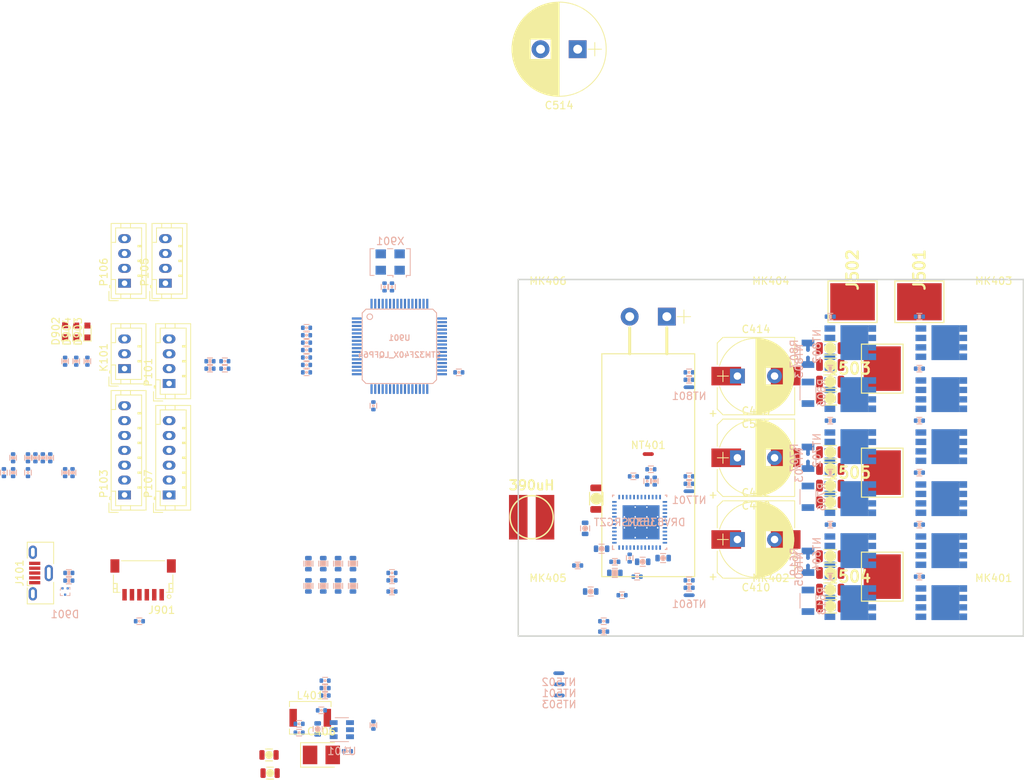
<source format=kicad_pcb>
(kicad_pcb (version 20171130) (host pcbnew "(5.1.4)-1")
  (layers (0 F.Cu signal) (1 In1.Cu power) (2 In2.Cu signal) (31 B.Cu power) (34 B.Paste user) (35 F.Paste user) (36 B.SilkS user) (37 F.SilkS user) (38 B.Mask user) (39 F.Mask user) (44 Edge.Cuts user))
  (net 0 "")
  (net 1 GND)
  (net 2 +3V3)
  (net 3 NRST)
  (net 4 +12V)
  (net 5 "Net-(J101-Pad2)")
  (net 6 "Net-(J101-Pad3)")
  (net 7 SWDIO)
  (net 8 SWCLK)
  (net 9 "Net-(K101-Pad1)")
  (net 10 "Net-(C507-Pad2)")
  (net 11 GNDD)
  (net 12 +BATT)
  (net 13 /drv_power_stage/buck_rcl)
  (net 14 "Net-(Q701-Pad2)")
  (net 15 "Net-(Q702-Pad2)")
  (net 16 "Net-(Q703-Pad2)")
  (net 17 "Net-(Q704-Pad2)")
  (net 18 "Net-(Q801-Pad2)")
  (net 19 "Net-(Q802-Pad2)")
  (net 20 "Net-(Q803-Pad2)")
  (net 21 "Net-(Q804-Pad2)")
  (net 22 GNDA)
  (net 23 /drv_power_stage/ENABLE)
  (net 24 /drv_power_stage/A_VSENSE)
  (net 25 /drv_power_stage/B_VSENSE)
  (net 26 /drv_power_stage/C_VSENSE)
  (net 27 "Net-(C201-Pad1)")
  (net 28 "Net-(C403-Pad1)")
  (net 29 "Net-(C403-Pad2)")
  (net 30 "Net-(C407-Pad2)")
  (net 31 "Net-(C505-Pad1)")
  (net 32 "Net-(C507-Pad1)")
  (net 33 "Net-(C508-Pad2)")
  (net 34 "Net-(C509-Pad1)")
  (net 35 "Net-(C510-Pad2)")
  (net 36 "Net-(C510-Pad1)")
  (net 37 "Net-(C511-Pad2)")
  (net 38 "Net-(C512-Pad2)")
  (net 39 /drv_power_stage/GDRV_VSENSE)
  (net 40 "Net-(C906-Pad1)")
  (net 41 "Net-(C908-Pad1)")
  (net 42 "Net-(D902-Pad1)")
  (net 43 "Net-(D903-Pad1)")
  (net 44 "Net-(D904-Pad1)")
  (net 45 "Net-(K101-Pad2)")
  (net 46 /drv_power_stage/3.3_IREF)
  (net 47 /drv_power_stage/PHASE_B)
  (net 48 /drv_power_stage/PHASE_C)
  (net 49 /drv_power_stage/PHASE_A)
  (net 50 "Net-(Q601-Pad2)")
  (net 51 "Net-(Q602-Pad2)")
  (net 52 "Net-(Q603-Pad2)")
  (net 53 "Net-(Q604-Pad2)")
  (net 54 "Net-(R401-Pad1)")
  (net 55 /drv_power_stage/DRV_SDO)
  (net 56 "Net-(R503-Pad2)")
  (net 57 /drv_power_stage/A_ISENSE)
  (net 58 /drv_power_stage/B_ISENSE)
  (net 59 /drv_power_stage/C_ISENSE)
  (net 60 /Microcontroller/SERVO)
  (net 61 /Microcontroller/ADC_VBUS)
  (net 62 /Microcontroller/ADC_TEMP)
  (net 63 /Microcontroller/TEMP_MOTOR)
  (net 64 /drv_power_stage/power_phase_B/PR_SENSE)
  (net 65 /drv_power_stage/power_phase_B/NR_SENSE)
  (net 66 /drv_power_stage/power_phase_C/PR_SENSE)
  (net 67 /drv_power_stage/power_phase_C/NR_SENSE)
  (net 68 /drv_power_stage/power_phase_A/PR_SENSE)
  (net 69 /drv_power_stage/power_phase_A/NR_SENSE)
  (net 70 /Microcontroller/VCAP2)
  (net 71 /Microcontroller/VCAP1)
  (net 72 /Microcontroller/USB_DM)
  (net 73 /Microcontroller/USB_DP)
  (net 74 /drv_power_stage/power_phase_B/H_SWITCH)
  (net 75 /drv_power_stage/power_phase_C/H_SWITCH)
  (net 76 /drv_power_stage/power_phase_A/H_SWITCH)
  (net 77 /CAN_tranciever/CANH)
  (net 78 /CAN_tranciever/CANL)
  (net 79 /Microcontroller/BRAKE_SW)
  (net 80 /Microcontroller/ADC_BRAKE)
  (net 81 /Microcontroller/ADC_THROTTLE)
  (net 82 /Microcontroller/USART1_RX)
  (net 83 /Microcontroller/USART1_TX)
  (net 84 /Microcontroller/SCL_2)
  (net 85 /Microcontroller/SDA_2)
  (net 86 /Microcontroller/HALL_3)
  (net 87 /Microcontroller/HALL_2)
  (net 88 /Microcontroller/HALL_1)
  (net 89 /drv_power_stage/power_phase_B/PH_GND_LOW)
  (net 90 /drv_power_stage/power_phase_C/PH_GND_LOW)
  (net 91 /drv_power_stage/power_phase_A/PH_GND_LOW)
  (net 92 /Microcontroller/FAULT)
  (net 93 /drv_power_stage/power_phase_B/H_GATE)
  (net 94 /drv_power_stage/power_phase_B/L_GATE)
  (net 95 /drv_power_stage/power_phase_C/H_GATE)
  (net 96 /drv_power_stage/power_phase_C/L_GATE)
  (net 97 /drv_power_stage/power_phase_A/H_GATE)
  (net 98 /drv_power_stage/power_phase_A/L_GATE)
  (net 99 /Microcontroller/LED_GREEN)
  (net 100 /Microcontroller/LED_RED)
  (net 101 /Microcontroller/L3)
  (net 102 /Microcontroller/H3)
  (net 103 /Microcontroller/L2)
  (net 104 /Microcontroller/H2)
  (net 105 /Microcontroller/L1)
  (net 106 /Microcontroller/H1)
  (net 107 "Net-(NT605-Pad1)")
  (net 108 "Net-(NT703-Pad1)")
  (net 109 "Net-(NT803-Pad1)")
  (net 110 "Net-(C511-Pad1)")
  (module Mounting_Holes:MountingHole_3.2mm_M3_DIN965 (layer F.Cu) (at 106 116)
    (fp_text reference MK406 (at 0 -3.8) (layer F.SilkS))
    (fp_text value Mounting_Hole)
    (pad 1 np_thru_hole circle (at 0 0) (size 3.2 3.2) (drill 3.2) (layers *.Cu *.Mask))
  )
  (module Mounting_Holes:MountingHole_3.2mm_M3_DIN965 (layer F.Cu) (at 106 156)
    (fp_text reference MK405 (at 0 -3.8) (layer F.SilkS))
    (fp_text value Mounting_Hole)
    (pad 1 np_thru_hole circle (at 0 0) (size 3.2 3.2) (drill 3.2) (layers *.Cu *.Mask))
  )
  (module Mounting_Holes:MountingHole_3.2mm_M3_DIN965 (layer F.Cu) (at 136 116)
    (fp_text reference MK404 (at 0 -3.8) (layer F.SilkS))
    (fp_text value Mounting_Hole)
    (pad 1 np_thru_hole circle (at 0 0) (size 3.2 3.2) (drill 3.2) (layers *.Cu *.Mask))
  )
  (module Mounting_Holes:MountingHole_3.2mm_M3_DIN965 (layer F.Cu) (at 166 116)
    (fp_text reference MK403 (at 0 -3.8) (layer F.SilkS))
    (fp_text value Mounting_Hole)
    (pad 1 np_thru_hole circle (at 0 0) (size 3.2 3.2) (drill 3.2) (layers *.Cu *.Mask))
  )
  (module Mounting_Holes:MountingHole_3.2mm_M3_DIN965 (layer F.Cu) (at 136 156)
    (fp_text reference MK402 (at 0 -3.8) (layer F.SilkS))
    (fp_text value Mounting_Hole)
    (pad 1 np_thru_hole circle (at 0 0) (size 3.2 3.2) (drill 3.2) (layers *.Cu *.Mask))
  )
  (module Mounting_Holes:MountingHole_3.2mm_M3_DIN965 (layer F.Cu) (at 166 156)
    (fp_text reference MK401 (at 0 -3.8) (layer F.SilkS))
    (fp_text value Mounting_Hole)
    (pad 1 np_thru_hole circle (at 0 0) (size 3.2 3.2) (drill 3.2) (layers *.Cu *.Mask))
  )
  (module Capacitors_THT:CP_Radial_D10.0mm_P5.00mm (layer F.Cu) (at 131.5 125)
    (fp_text reference C414 (at 2.5 -6.31) (layer F.SilkS))
    (fp_text value 56uF)
    (pad 1 thru_hole rect (at 0 0) (size 2 2) (drill 1) (layers *.Cu *.Mask) (net 12 +BATT))
    (pad 2 thru_hole circle (at 5 0) (size 2 2) (drill 1) (layers *.Cu *.Mask) (net 1 GND))
  )
  (module Capacitors_THT:CP_Radial_D10.0mm_P5.00mm (layer F.Cu) (at 131.5 136)
    (fp_text reference C413 (at 2.5 -6.31) (layer F.SilkS))
    (fp_text value 56uF)
    (pad 1 thru_hole rect (at 0 0) (size 2 2) (drill 1) (layers *.Cu *.Mask) (net 12 +BATT))
    (pad 2 thru_hole circle (at 5 0) (size 2 2) (drill 1) (layers *.Cu *.Mask) (net 1 GND))
  )
  (module Capacitors_THT:CP_Radial_D10.0mm_P5.00mm (layer F.Cu) (at 131.5 147)
    (fp_text reference C412 (at 2.5 -6.31) (layer F.SilkS))
    (fp_text value 56uF)
    (pad 1 thru_hole rect (at 0 0) (size 2 2) (drill 1) (layers *.Cu *.Mask) (net 12 +BATT))
    (pad 2 thru_hole circle (at 5 0) (size 2 2) (drill 1) (layers *.Cu *.Mask) (net 1 GND))
  )
  (module moxie-drive-custom:CP_Radial_D12.5mm_P5.00mm_horiz (layer F.Cu) (at 122 117 180)
    (fp_text reference C411)
    (fp_text value 560uF)
    (pad 1 thru_hole rect (at 0 0 180) (size 2.4 2.4) (drill 1.2) (layers *.Cu *.Mask) (net 12 +BATT))
    (pad 2 thru_hole circle (at 5 0 180) (size 2.4 2.4) (drill 1.2) (layers *.Cu *.Mask) (net 1 GND))
  )
  (module NetTie:NetTie-2_SMD_Pad0.5mm (layer F.Cu) (at 119.5 135.5)
    (fp_text reference NT401 (at 0 -1.2) (layer F.SilkS))
    (fp_text value Net-Tie_2)
    (fp_poly (pts (xy -0.5 -0.25) (xy 0.5 -0.25) (xy 0.5 0.25) (xy -0.5 0.25)) (layer F.Cu) (width 0))
    (pad 2 smd circle (at 0.5 0) (size 0.5 0.5) (layers F.Cu) (net 110 "Net-(C511-Pad1)"))
    (pad 1 smd circle (at -0.5 0) (size 0.5 0.5) (layers F.Cu) (net 12 +BATT))
  )
  (module crf1:inductor_smd_5.8mmx4.8hmm (layer F.Cu) (at 103.80086 144)
    (fp_text reference L501 hide)
    (fp_text value 390uH (at 0 -4.30022) (layer F.SilkS) (effects (font (size 1.27 1.27) (thickness 0.254))))
    (pad 2 smd rect (at -1.80086 0) (size 2.49936 5.99948) (layers F.Cu F.Paste F.Mask) (net 35 "Net-(C510-Pad2)"))
    (pad 1 smd rect (at 1.80086 0) (size 2.49936 5.99948) (layers F.Cu F.Paste F.Mask) (net 38 "Net-(C512-Pad2)"))
  )
  (module crf1:1PAD_6x5mm (layer F.Cu) (at 151 138 90)
    (fp_text reference J505 (at 0 -4.3 180) (layer F.SilkS) (effects (font (size 1.524 1.524) (thickness 0.3048))))
    (fp_text value C hide)
    (pad 1 smd rect (at 0 0 90) (size 6 5) (layers F.Cu F.Paste F.Mask) (net 48 /drv_power_stage/PHASE_C))
  )
  (module crf1:1PAD_6x5mm (layer F.Cu) (at 151 152 90)
    (fp_text reference J504 (at 0 -4.3 180) (layer F.SilkS) (effects (font (size 1.524 1.524) (thickness 0.3048))))
    (fp_text value B hide)
    (pad 1 smd rect (at 0 0 90) (size 6 5) (layers F.Cu F.Paste F.Mask) (net 47 /drv_power_stage/PHASE_B))
  )
  (module crf1:1PAD_6x5mm (layer F.Cu) (at 151 124 90)
    (fp_text reference J503 (at 0 -4.3 180) (layer F.SilkS) (effects (font (size 1.524 1.524) (thickness 0.3048))))
    (fp_text value A hide)
    (pad 1 smd rect (at 0 0 90) (size 6 5) (layers F.Cu F.Paste F.Mask) (net 49 /drv_power_stage/PHASE_A))
  )
  (module crf1:1PAD_6x5mm (layer F.Cu) (at 147 115)
    (fp_text reference J502 (at 0 -4.3 270) (layer F.SilkS) (effects (font (size 1.524 1.524) (thickness 0.3048))))
    (fp_text value Gnd hide)
    (pad 1 smd rect (at 0 0) (size 6 5) (layers F.Cu F.Paste F.Mask) (net 1 GND))
  )
  (module crf1:1PAD_6x5mm (layer F.Cu) (at 156 115)
    (fp_text reference J501 (at 0 -4.3 270) (layer F.SilkS) (effects (font (size 1.524 1.524) (thickness 0.3048))))
    (fp_text value +Vbat hide)
    (pad 1 smd rect (at 0 0) (size 6 5) (layers F.Cu F.Paste F.Mask) (net 12 +BATT))
  )
  (module Capacitors_SMD:CP_Elec_10x10.5 (layer F.Cu) (at 134 125)
    (fp_text reference C515 (at 0 6.46) (layer F.SilkS))
    (fp_text value 20uF)
    (fp_text user + (at -5.78 4.97) (layer F.SilkS))
    (pad 1 smd rect (at -4 0 180) (size 4 2.5) (layers F.Cu F.Paste F.Mask) (net 12 +BATT))
    (pad 2 smd rect (at 4 0 180) (size 4 2.5) (layers F.Cu F.Paste F.Mask) (net 1 GND))
  )
  (module pkl_dipol:C_0402 (layer B.Cu) (at 115.975 154.5)
    (fp_text reference C506)
    (fp_text value 0.1uF)
    (pad 2 smd roundrect (at 0.5 0) (size 0.5 0.6) (layers B.Cu B.Paste B.Mask) (net 22 GNDA))
    (pad 1 smd roundrect (at -0.5 0) (size 0.5 0.6) (layers B.Cu B.Paste B.Mask) (net 46 /drv_power_stage/3.3_IREF))
  )
  (module pkl_dipol:C_0603 (layer B.Cu) (at 113.218474 148.243303)
    (fp_text reference C504)
    (fp_text value 0.1uF)
    (pad 2 smd roundrect (at 0.75 0) (size 0.6 0.9) (layers B.Cu B.Paste B.Mask) (net 11 GNDD))
    (pad 1 smd roundrect (at -0.75 0) (size 0.6 0.9) (layers B.Cu B.Paste B.Mask) (net 12 +BATT))
  )
  (module Capacitors_SMD:CP_Elec_10x10.5 (layer F.Cu) (at 134 147)
    (fp_text reference C410 (at 0 6.46) (layer F.SilkS))
    (fp_text value 20uF)
    (fp_text user + (at -5.78 4.97) (layer F.SilkS))
    (pad 1 smd rect (at -4 0 180) (size 4 2.5) (layers F.Cu F.Paste F.Mask) (net 12 +BATT))
    (pad 2 smd rect (at 4 0 180) (size 4 2.5) (layers F.Cu F.Paste F.Mask) (net 1 GND))
  )
  (module Capacitors_SMD:CP_Elec_10x10.5 (layer F.Cu) (at 134 136)
    (fp_text reference C409 (at 0 6.46) (layer F.SilkS))
    (fp_text value 20uF)
    (fp_text user + (at -5.78 4.97) (layer F.SilkS))
    (pad 1 smd rect (at -4 0 180) (size 4 2.5) (layers F.Cu F.Paste F.Mask) (net 12 +BATT))
    (pad 2 smd rect (at 4 0 180) (size 4 2.5) (layers F.Cu F.Paste F.Mask) (net 1 GND))
  )
  (module pkl_dipol:R_0402 (layer B.Cu) (at 76 168 180)
    (fp_text reference R403)
    (fp_text value "10k 0.1%")
    (pad 2 smd roundrect (at 0.5 0 180) (size 0.5 0.6) (layers B.Cu B.Paste B.Mask) (net 1 GND))
    (pad 1 smd roundrect (at -0.5 0 180) (size 0.5 0.6) (layers B.Cu B.Paste B.Mask) (net 30 "Net-(C407-Pad2)"))
  )
  (module pkl_dipol:R_0402 (layer B.Cu) (at 76 167)
    (fp_text reference R402)
    (fp_text value "R33.2k 0.1%")
    (pad 2 smd roundrect (at 0.5 0) (size 0.5 0.6) (layers B.Cu B.Paste B.Mask) (net 30 "Net-(C407-Pad2)"))
    (pad 1 smd roundrect (at -0.5 0) (size 0.5 0.6) (layers B.Cu B.Paste B.Mask) (net 2 +3V3))
  )
  (module pkl_dipol:R_0402 (layer B.Cu) (at 82.5 172 90)
    (fp_text reference R401)
    (fp_text value 1k)
    (pad 2 smd roundrect (at 0.5 0 90) (size 0.5 0.6) (layers B.Cu B.Paste B.Mask) (net 4 +12V))
    (pad 1 smd roundrect (at -0.5 0 90) (size 0.5 0.6) (layers B.Cu B.Paste B.Mask) (net 54 "Net-(R401-Pad1)"))
  )
  (module Inductors_SMD:L_Neosid_Ms42 (layer F.Cu) (at 74 171)
    (fp_text reference L401 (at 0 -3) (layer F.SilkS))
    (fp_text value 3.3uH)
    (pad 1 smd rect (at -2.3 0) (size 1 2.4) (layers F.Cu F.Paste F.Mask) (net 2 +3V3))
    (pad 2 smd rect (at 2.3 0) (size 1 2.4) (layers F.Cu F.Paste F.Mask) (net 28 "Net-(C403-Pad1)"))
  )
  (module pkl_dipol:C_0402 (layer B.Cu) (at 85 151.5)
    (fp_text reference C408)
    (fp_text value 100nf)
    (pad 2 smd roundrect (at 0.5 0) (size 0.5 0.6) (layers B.Cu B.Paste B.Mask) (net 22 GNDA))
    (pad 1 smd roundrect (at -0.5 0) (size 0.5 0.6) (layers B.Cu B.Paste B.Mask) (net 62 /Microcontroller/ADC_TEMP))
  )
  (module pkl_dipol:C_0402 (layer B.Cu) (at 76 166)
    (fp_text reference C407)
    (fp_text value NP)
    (pad 2 smd roundrect (at 0.5 0) (size 0.5 0.6) (layers B.Cu B.Paste B.Mask) (net 30 "Net-(C407-Pad2)"))
    (pad 1 smd roundrect (at -0.5 0) (size 0.5 0.6) (layers B.Cu B.Paste B.Mask) (net 2 +3V3))
  )
  (module pkl_dipol:C_0402 (layer B.Cu) (at 72.5 173)
    (fp_text reference C405)
    (fp_text value 2.2uf)
    (pad 2 smd roundrect (at 0.5 0) (size 0.5 0.6) (layers B.Cu B.Paste B.Mask) (net 1 GND))
    (pad 1 smd roundrect (at -0.5 0) (size 0.5 0.6) (layers B.Cu B.Paste B.Mask) (net 2 +3V3))
  )
  (module pkl_dipol:C_0402 (layer B.Cu) (at 72.5 171.815)
    (fp_text reference C404)
    (fp_text value 100nf)
    (pad 2 smd roundrect (at 0.5 0) (size 0.5 0.6) (layers B.Cu B.Paste B.Mask) (net 1 GND))
    (pad 1 smd roundrect (at -0.5 0) (size 0.5 0.6) (layers B.Cu B.Paste B.Mask) (net 2 +3V3))
  )
  (module pkl_dipol:C_0402 (layer B.Cu) (at 79 175.5)
    (fp_text reference C403)
    (fp_text value 100nf)
    (pad 2 smd roundrect (at 0.5 0) (size 0.5 0.6) (layers B.Cu B.Paste B.Mask) (net 29 "Net-(C403-Pad2)"))
    (pad 1 smd roundrect (at -0.5 0) (size 0.5 0.6) (layers B.Cu B.Paste B.Mask) (net 28 "Net-(C403-Pad1)"))
  )
  (module pkl_dipol:C_0402 (layer B.Cu) (at 75.5 170)
    (fp_text reference C402)
    (fp_text value 100nf)
    (pad 2 smd roundrect (at 0.5 0) (size 0.5 0.6) (layers B.Cu B.Paste B.Mask) (net 1 GND))
    (pad 1 smd roundrect (at -0.5 0) (size 0.5 0.6) (layers B.Cu B.Paste B.Mask) (net 4 +12V))
  )
  (module pkl_dipol:C_0603 (layer B.Cu) (at 75 172.5 270)
    (fp_text reference C401)
    (fp_text value 2.2uf)
    (pad 2 smd roundrect (at 0.75 0 270) (size 0.6 0.9) (layers B.Cu B.Paste B.Mask) (net 1 GND))
    (pad 1 smd roundrect (at -0.75 0 270) (size 0.6 0.9) (layers B.Cu B.Paste B.Mask) (net 4 +12V))
  )
  (module Connectors_JST:JST_PH_B4B-PH-K_04x2.00mm_Straight (layer F.Cu) (at 49 112.5 90)
    (fp_text reference P106 (at 1.5 -2.8 90) (layer F.SilkS))
    (fp_text value I2C)
    (pad 1 thru_hole rect (at 0 0 90) (size 1.2 1.7) (drill 0.75) (layers *.Cu *.Mask) (net 84 /Microcontroller/SCL_2))
    (pad 2 thru_hole oval (at 2 0 90) (size 1.2 1.7) (drill 0.75) (layers *.Cu *.Mask) (net 85 /Microcontroller/SDA_2))
    (pad 3 thru_hole oval (at 4 0 90) (size 1.2 1.7) (drill 0.75) (layers *.Cu *.Mask) (net 2 +3V3))
    (pad 4 thru_hole oval (at 6 0 90) (size 1.2 1.7) (drill 0.75) (layers *.Cu *.Mask) (net 1 GND))
  )
  (module Resistors_SMD:R_1206 (layer B.Cu) (at 141 122 270)
    (fp_text reference R807 (at 0 1.85 90) (layer B.SilkS) (effects (justify mirror)))
    (fp_text value 1mΩ)
    (pad 1 smd rect (at -1.45 0 270) (size 0.9 1.7) (layers B.Cu B.Paste B.Mask) (net 91 /drv_power_stage/power_phase_A/PH_GND_LOW))
    (pad 2 smd rect (at 1.45 0 270) (size 0.9 1.7) (layers B.Cu B.Paste B.Mask) (net 11 GNDD))
  )
  (module Resistors_SMD:R_1206 (layer B.Cu) (at 141 127.25 90)
    (fp_text reference R806 (at 0 1.85 90) (layer B.SilkS) (effects (justify mirror)))
    (fp_text value 1mΩ)
    (pad 1 smd rect (at -1.45 0 90) (size 0.9 1.7) (layers B.Cu B.Paste B.Mask) (net 91 /drv_power_stage/power_phase_A/PH_GND_LOW))
    (pad 2 smd rect (at 1.45 0 90) (size 0.9 1.7) (layers B.Cu B.Paste B.Mask) (net 11 GNDD))
  )
  (module Resistors_SMD:R_1206 (layer B.Cu) (at 141 136 270)
    (fp_text reference R707 (at 0 1.85 270) (layer B.SilkS) (effects (justify mirror)))
    (fp_text value 1mΩ)
    (pad 1 smd rect (at -1.45 0 270) (size 0.9 1.7) (layers B.Cu B.Paste B.Mask) (net 90 /drv_power_stage/power_phase_C/PH_GND_LOW))
    (pad 2 smd rect (at 1.45 0 270) (size 0.9 1.7) (layers B.Cu B.Paste B.Mask) (net 11 GNDD))
  )
  (module Resistors_SMD:R_1206 (layer B.Cu) (at 141 141.25 90)
    (fp_text reference R706 (at 0 1.85 90) (layer B.SilkS) (effects (justify mirror)))
    (fp_text value 1mΩ)
    (pad 1 smd rect (at -1.45 0 90) (size 0.9 1.7) (layers B.Cu B.Paste B.Mask) (net 90 /drv_power_stage/power_phase_C/PH_GND_LOW))
    (pad 2 smd rect (at 1.45 0 90) (size 0.9 1.7) (layers B.Cu B.Paste B.Mask) (net 11 GNDD))
  )
  (module Resistors_SMD:R_1206 (layer B.Cu) (at 141 150 270)
    (fp_text reference R619 (at 0 1.85 270) (layer B.SilkS) (effects (justify mirror)))
    (fp_text value 1mΩ)
    (pad 1 smd rect (at -1.45 0 270) (size 0.9 1.7) (layers B.Cu B.Paste B.Mask) (net 89 /drv_power_stage/power_phase_B/PH_GND_LOW))
    (pad 2 smd rect (at 1.45 0 270) (size 0.9 1.7) (layers B.Cu B.Paste B.Mask) (net 11 GNDD))
  )
  (module Resistors_SMD:R_1206 (layer B.Cu) (at 141 155.25 90)
    (fp_text reference R618 (at 0 1.85 90) (layer B.SilkS) (effects (justify mirror)))
    (fp_text value 1mΩ)
    (pad 1 smd rect (at -1.45 0 90) (size 0.9 1.7) (layers B.Cu B.Paste B.Mask) (net 89 /drv_power_stage/power_phase_B/PH_GND_LOW))
    (pad 2 smd rect (at 1.45 0 90) (size 0.9 1.7) (layers B.Cu B.Paste B.Mask) (net 11 GNDD))
  )
  (module NetTie:NetTie-2_SMD_Pad0.5mm (layer B.Cu) (at 141 123 270)
    (fp_text reference NT803 (at 0 1.2 270) (layer B.SilkS) (effects (justify mirror)))
    (fp_text value Net-Tie_2)
    (fp_poly (pts (xy -0.5 0.25) (xy 0.5 0.25) (xy 0.5 -0.25) (xy -0.5 -0.25)) (layer B.Cu) (width 0))
    (pad 2 smd circle (at 0.5 0 270) (size 0.5 0.5) (layers B.Cu) (net 11 GNDD))
    (pad 1 smd circle (at -0.5 0 270) (size 0.5 0.5) (layers B.Cu) (net 109 "Net-(NT803-Pad1)"))
  )
  (module NetTie:NetTie-2_SMD_Pad0.5mm (layer B.Cu) (at 141 121 90)
    (fp_text reference NT802 (at 0 1.2 270) (layer B.SilkS) (effects (justify mirror)))
    (fp_text value Net-Tie_2)
    (fp_poly (pts (xy -0.5 0.25) (xy 0.5 0.25) (xy 0.5 -0.25) (xy -0.5 -0.25)) (layer B.Cu) (width 0))
    (pad 2 smd circle (at 0.5 0 90) (size 0.5 0.5) (layers B.Cu) (net 91 /drv_power_stage/power_phase_A/PH_GND_LOW))
    (pad 1 smd circle (at -0.5 0 90) (size 0.5 0.5) (layers B.Cu) (net 68 /drv_power_stage/power_phase_A/PR_SENSE))
  )
  (module NetTie:NetTie-2_SMD_Pad0.5mm (layer B.Cu) (at 141 137 270)
    (fp_text reference NT703 (at 0 1.2 270) (layer B.SilkS) (effects (justify mirror)))
    (fp_text value Net-Tie_2)
    (fp_poly (pts (xy -0.5 0.25) (xy 0.5 0.25) (xy 0.5 -0.25) (xy -0.5 -0.25)) (layer B.Cu) (width 0))
    (pad 2 smd circle (at 0.5 0 270) (size 0.5 0.5) (layers B.Cu) (net 11 GNDD))
    (pad 1 smd circle (at -0.5 0 270) (size 0.5 0.5) (layers B.Cu) (net 108 "Net-(NT703-Pad1)"))
  )
  (module NetTie:NetTie-2_SMD_Pad0.5mm (layer B.Cu) (at 141 135 90)
    (fp_text reference NT702 (at 0 1.2 90) (layer B.SilkS) (effects (justify mirror)))
    (fp_text value Net-Tie_2)
    (fp_poly (pts (xy -0.5 0.25) (xy 0.5 0.25) (xy 0.5 -0.25) (xy -0.5 -0.25)) (layer B.Cu) (width 0))
    (pad 2 smd circle (at 0.5 0 90) (size 0.5 0.5) (layers B.Cu) (net 90 /drv_power_stage/power_phase_C/PH_GND_LOW))
    (pad 1 smd circle (at -0.5 0 90) (size 0.5 0.5) (layers B.Cu) (net 66 /drv_power_stage/power_phase_C/PR_SENSE))
  )
  (module NetTie:NetTie-2_SMD_Pad0.5mm (layer B.Cu) (at 141 151 270)
    (fp_text reference NT605 (at 0 1.2 270) (layer B.SilkS) (effects (justify mirror)))
    (fp_text value Net-Tie_2)
    (fp_poly (pts (xy -0.5 0.25) (xy 0.5 0.25) (xy 0.5 -0.25) (xy -0.5 -0.25)) (layer B.Cu) (width 0))
    (pad 2 smd circle (at 0.5 0 270) (size 0.5 0.5) (layers B.Cu) (net 11 GNDD))
    (pad 1 smd circle (at -0.5 0 270) (size 0.5 0.5) (layers B.Cu) (net 107 "Net-(NT605-Pad1)"))
  )
  (module NetTie:NetTie-2_SMD_Pad0.5mm (layer B.Cu) (at 141 149 90)
    (fp_text reference NT604 (at 0 1.2 90) (layer B.SilkS) (effects (justify mirror)))
    (fp_text value Net-Tie_2)
    (fp_poly (pts (xy -0.5 0.25) (xy 0.5 0.25) (xy 0.5 -0.25) (xy -0.5 -0.25)) (layer B.Cu) (width 0))
    (pad 2 smd circle (at 0.5 0 90) (size 0.5 0.5) (layers B.Cu) (net 89 /drv_power_stage/power_phase_B/PH_GND_LOW))
    (pad 1 smd circle (at -0.5 0 90) (size 0.5 0.5) (layers B.Cu) (net 64 /drv_power_stage/power_phase_B/PR_SENSE))
  )
  (module pkl_dipol:R_0402 (layer B.Cu) (at 144 124 180)
    (fp_text reference R805)
    (fp_text value 5Ω)
    (pad 1 smd roundrect (at -0.5 0 180) (size 0.5 0.6) (layers B.Cu B.Paste B.Mask) (net 21 "Net-(Q804-Pad2)"))
    (pad 2 smd roundrect (at 0.5 0 180) (size 0.5 0.6) (layers B.Cu B.Paste B.Mask) (net 98 /drv_power_stage/power_phase_A/L_GATE))
  )
  (module Capacitors_THT:CP_Radial_D12.5mm_P5.00mm (layer F.Cu) (at 110 81 180)
    (fp_text reference C514 (at 2.5 -7.56) (layer F.SilkS))
    (fp_text value 560uF)
    (pad 1 thru_hole rect (at 0 0 180) (size 2.4 2.4) (drill 1.2) (layers *.Cu *.Mask) (net 12 +BATT))
    (pad 2 thru_hole circle (at 5 0 180) (size 2.4 2.4) (drill 1.2) (layers *.Cu *.Mask) (net 1 GND))
  )
  (module Oscillators:Oscillator_SMD_EuroQuartz_XO53-4pin_5.0x3.2mm (layer B.Cu) (at 84.76 109.65 180)
    (fp_text reference X901 (at 0 2.8) (layer B.SilkS) (effects (justify mirror)))
    (fp_text value "8MHz 10ppm")
    (pad 1 smd rect (at -1.27 -1.1 180) (size 1.4 1.2) (layers B.Cu B.Paste B.Mask) (net 40 "Net-(C906-Pad1)"))
    (pad 2 smd rect (at 1.27 -1.1 180) (size 1.4 1.2) (layers B.Cu B.Paste B.Mask) (net 41 "Net-(C908-Pad1)"))
    (pad 3 smd rect (at 1.27 1.1 180) (size 1.4 1.2) (layers B.Cu B.Paste B.Mask) (net 1 GND))
    (pad 4 smd rect (at -1.27 1.1 180) (size 1.4 1.2) (layers B.Cu B.Paste B.Mask))
  )
  (module crf1:lqfp64_pad_mod (layer B.Cu) (at 86 121)
    (fp_text reference U901 (at 0 -1.143) (layer B.SilkS) (effects (font (size 0.7493 0.7493) (thickness 0.14986)) (justify mirror)))
    (fp_text value STM32F40X_LQFP64 (at 0 1.143) (layer B.SilkS) (effects (font (size 0.7493 0.7493) (thickness 0.14986)) (justify mirror)))
    (pad 64 smd rect (at -5.75056 -3.74904) (size 1.30048 0.3) (layers B.Cu B.Paste B.Mask) (net 2 +3V3))
    (pad 63 smd rect (at -5.75056 -3.2512) (size 1.30048 0.3) (layers B.Cu B.Paste B.Mask) (net 1 GND))
    (pad 62 smd rect (at -5.75056 -2.75082) (size 1.30048 0.3) (layers B.Cu B.Paste B.Mask))
    (pad 61 smd rect (at -5.75056 -2.25044) (size 1.30048 0.3) (layers B.Cu B.Paste B.Mask))
    (pad 60 smd rect (at -5.75056 -1.75006) (size 1.30048 0.3) (layers B.Cu B.Paste B.Mask) (net 1 GND))
    (pad 48 smd rect (at -3.74904 5.75056) (size 0.3 1.30048) (layers B.Cu B.Paste B.Mask) (net 2 +3V3))
    (pad 47 smd rect (at -3.2512 5.75056) (size 0.3 1.30048) (layers B.Cu B.Paste B.Mask) (net 70 /Microcontroller/VCAP2))
    (pad 46 smd rect (at -2.75082 5.75056) (size 0.3 1.30048) (layers B.Cu B.Paste B.Mask) (net 7 SWDIO))
    (pad 45 smd rect (at -2.25044 5.75056) (size 0.3 1.30048) (layers B.Cu B.Paste B.Mask) (net 73 /Microcontroller/USB_DP))
    (pad 44 smd rect (at -1.75006 5.75056) (size 0.3 1.30048) (layers B.Cu B.Paste B.Mask) (net 72 /Microcontroller/USB_DM))
    (pad 32 smd rect (at 5.75056 3.74904) (size 1.30048 0.3) (layers B.Cu B.Paste B.Mask) (net 2 +3V3))
    (pad 31 smd rect (at 5.75056 3.2512) (size 1.30048 0.3) (layers B.Cu B.Paste B.Mask) (net 71 /Microcontroller/VCAP1))
    (pad 30 smd rect (at 5.75056 2.75082) (size 1.30048 0.3) (layers B.Cu B.Paste B.Mask) (net 85 /Microcontroller/SDA_2))
    (pad 29 smd rect (at 5.75056 2.25044) (size 1.30048 0.3) (layers B.Cu B.Paste B.Mask) (net 84 /Microcontroller/SCL_2))
    (pad 28 smd rect (at 5.75056 1.75006) (size 1.30048 0.3) (layers B.Cu B.Paste B.Mask))
    (pad 16 smd rect (at 3.74904 -5.75056) (size 0.3 1.30048) (layers B.Cu B.Paste B.Mask) (net 26 /drv_power_stage/C_VSENSE))
    (pad 15 smd rect (at 3.2512 -5.75056) (size 0.3 1.30048) (layers B.Cu B.Paste B.Mask) (net 25 /drv_power_stage/B_VSENSE))
    (pad 14 smd rect (at 2.75082 -5.75056) (size 0.3 1.30048) (layers B.Cu B.Paste B.Mask) (net 24 /drv_power_stage/A_VSENSE))
    (pad 13 smd rect (at 2.25044 -5.75056) (size 0.3 1.30048) (layers B.Cu B.Paste B.Mask) (net 2 +3V3))
    (pad 12 smd rect (at 1.75006 -5.75056) (size 0.3 1.30048) (layers B.Cu B.Paste B.Mask) (net 22 GNDA))
    (pad 59 smd rect (at -5.75056 -1.24968) (size 1.30048 0.3) (layers B.Cu B.Paste B.Mask) (net 82 /Microcontroller/USART1_RX))
    (pad 58 smd rect (at -5.75056 -0.7493) (size 1.30048 0.3) (layers B.Cu B.Paste B.Mask) (net 83 /Microcontroller/USART1_TX))
    (pad 57 smd rect (at -5.75056 -0.24892) (size 1.30048 0.3) (layers B.Cu B.Paste B.Mask) (net 79 /Microcontroller/BRAKE_SW))
    (pad 43 smd rect (at -1.24968 5.75056) (size 0.3 1.30048) (layers B.Cu B.Paste B.Mask) (net 102 /Microcontroller/H3))
    (pad 42 smd rect (at -0.7493 5.75056) (size 0.3 1.30048) (layers B.Cu B.Paste B.Mask) (net 104 /Microcontroller/H2))
    (pad 41 smd rect (at -0.24892 5.75056) (size 0.3 1.30048) (layers B.Cu B.Paste B.Mask) (net 106 /Microcontroller/H1))
    (pad 27 smd rect (at 5.75056 1.24968) (size 1.30048 0.3) (layers B.Cu B.Paste B.Mask) (net 80 /Microcontroller/ADC_BRAKE))
    (pad 26 smd rect (at 5.75056 0.7493) (size 1.30048 0.3) (layers B.Cu B.Paste B.Mask) (net 81 /Microcontroller/ADC_THROTTLE))
    (pad 25 smd rect (at 5.75056 0.24892) (size 1.30048 0.3) (layers B.Cu B.Paste B.Mask) (net 63 /Microcontroller/TEMP_MOTOR))
    (pad 11 smd rect (at 1.24968 -5.75056) (size 0.3 1.30048) (layers B.Cu B.Paste B.Mask) (net 61 /Microcontroller/ADC_VBUS))
    (pad 10 smd rect (at 0.7493 -5.75056) (size 0.3 1.30048) (layers B.Cu B.Paste B.Mask) (net 59 /drv_power_stage/C_ISENSE))
    (pad 9 smd rect (at 0.24892 -5.75056) (size 0.3 1.30048) (layers B.Cu B.Paste B.Mask) (net 58 /drv_power_stage/B_ISENSE))
    (pad 56 smd rect (at -5.75056 0.24892) (size 1.30048 0.3) (layers B.Cu B.Paste B.Mask))
    (pad 55 smd rect (at -5.75056 0.7493) (size 1.30048 0.3) (layers B.Cu B.Paste B.Mask))
    (pad 54 smd rect (at -5.75056 1.24968) (size 1.30048 0.3) (layers B.Cu B.Paste B.Mask))
    (pad 53 smd rect (at -5.75056 1.75006) (size 1.30048 0.3) (layers B.Cu B.Paste B.Mask))
    (pad 52 smd rect (at -5.75056 2.25044) (size 1.30048 0.3) (layers B.Cu B.Paste B.Mask))
    (pad 51 smd rect (at -5.75056 2.75082) (size 1.30048 0.3) (layers B.Cu B.Paste B.Mask))
    (pad 50 smd rect (at -5.75056 3.2512) (size 1.30048 0.3) (layers B.Cu B.Paste B.Mask))
    (pad 49 smd rect (at -5.75056 3.74904) (size 1.30048 0.3) (layers B.Cu B.Paste B.Mask) (net 8 SWCLK))
    (pad 40 smd rect (at 0.24892 5.75056) (size 0.3 1.30048) (layers B.Cu B.Paste B.Mask) (net 23 /drv_power_stage/ENABLE))
    (pad 39 smd rect (at 0.7493 5.75056) (size 0.3 1.30048) (layers B.Cu B.Paste B.Mask) (net 86 /Microcontroller/HALL_3))
    (pad 38 smd rect (at 1.24968 5.75056) (size 0.3 1.30048) (layers B.Cu B.Paste B.Mask) (net 87 /Microcontroller/HALL_2))
    (pad 37 smd rect (at 1.75006 5.75056) (size 0.3 1.30048) (layers B.Cu B.Paste B.Mask) (net 88 /Microcontroller/HALL_1))
    (pad 36 smd rect (at 2.25044 5.75056) (size 0.3 1.30048) (layers B.Cu B.Paste B.Mask) (net 101 /Microcontroller/L3))
    (pad 35 smd rect (at 2.75082 5.75056) (size 0.3 1.30048) (layers B.Cu B.Paste B.Mask) (net 103 /Microcontroller/L2))
    (pad 34 smd rect (at 3.2512 5.75056) (size 0.3 1.30048) (layers B.Cu B.Paste B.Mask) (net 105 /Microcontroller/L1))
    (pad 33 smd rect (at 3.74904 5.75056) (size 0.3 1.30048) (layers B.Cu B.Paste B.Mask) (net 92 /Microcontroller/FAULT))
    (pad 24 smd rect (at 5.75056 -0.24892) (size 1.30048 0.3) (layers B.Cu B.Paste B.Mask) (net 62 /Microcontroller/ADC_TEMP))
    (pad 23 smd rect (at 5.75056 -0.7493) (size 1.30048 0.3) (layers B.Cu B.Paste B.Mask))
    (pad 22 smd rect (at 5.75056 -1.24968) (size 1.30048 0.3) (layers B.Cu B.Paste B.Mask))
    (pad 21 smd rect (at 5.75056 -1.75006) (size 1.30048 0.3) (layers B.Cu B.Paste B.Mask))
    (pad 20 smd rect (at 5.75056 -2.25044) (size 1.30048 0.3) (layers B.Cu B.Paste B.Mask))
    (pad 19 smd rect (at 5.75056 -2.75082) (size 1.30048 0.3) (layers B.Cu B.Paste B.Mask) (net 2 +3V3))
    (pad 18 smd rect (at 5.75056 -3.2512) (size 1.30048 0.3) (layers B.Cu B.Paste B.Mask) (net 1 GND))
    (pad 17 smd rect (at 5.75056 -3.74904) (size 1.30048 0.3) (layers B.Cu B.Paste B.Mask) (net 60 /Microcontroller/SERVO))
    (pad 3 smd rect (at -2.75082 -5.75056) (size 0.3 1.30048) (layers B.Cu B.Paste B.Mask) (net 99 /Microcontroller/LED_GREEN))
    (pad 2 smd rect (at -3.2512 -5.75056) (size 0.3 1.30048) (layers B.Cu B.Paste B.Mask))
    (pad 1 smd rect (at -3.74904 -5.75056) (size 0.3 1.30048) (layers B.Cu B.Paste B.Mask) (net 2 +3V3))
    (pad 8 smd rect (at -0.24892 -5.75056) (size 0.3 1.30048) (layers B.Cu B.Paste B.Mask) (net 57 /drv_power_stage/A_ISENSE))
    (pad 7 smd rect (at -0.7493 -5.75056) (size 0.3 1.30048) (layers B.Cu B.Paste B.Mask) (net 3 NRST))
    (pad 6 smd rect (at -1.24968 -5.75056) (size 0.3 1.30048) (layers B.Cu B.Paste B.Mask) (net 41 "Net-(C908-Pad1)"))
    (pad 5 smd rect (at -1.75006 -5.75056) (size 0.3 1.30048) (layers B.Cu B.Paste B.Mask) (net 40 "Net-(C906-Pad1)"))
    (pad 4 smd rect (at -2.25044 -5.75056) (size 0.3 1.30048) (layers B.Cu B.Paste B.Mask) (net 100 /Microcontroller/LED_RED))
  )
  (module Locals:DRV8353RHRGZR (layer B.Cu) (at 118.340474 144.687303)
    (fp_text reference U501 (at 0 0) (layer B.SilkS) (effects (justify mirror)))
    (fp_text value DRV8353RSRGZT (at 0 0) (layer B.SilkS) (effects (justify mirror)))
    (fp_text user * (at 0 0) (layer B.SilkS) (effects (justify mirror)))
    (pad 49 thru_hole circle (at 0.973 2.050001) (size 0.499999 0.499999) (drill 0.2032) (layers *.Cu *.Mask) (net 11 GNDD))
    (pad 49 thru_hole circle (at -0.596999 2.050001) (size 0.499999 0.499999) (drill 0.2032) (layers *.Cu *.Mask) (net 11 GNDD))
    (pad 49 thru_hole circle (at 0.973 0.740001) (size 0.499999 0.499999) (drill 0.2032) (layers *.Cu *.Mask) (net 11 GNDD))
    (pad 49 thru_hole circle (at 0.973 -0.740001) (size 0.499999 0.499999) (drill 0.2032) (layers *.Cu *.Mask) (net 11 GNDD))
    (pad 49 thru_hole circle (at 0.973 -2.050001) (size 0.499999 0.499999) (drill 0.2032) (layers *.Cu *.Mask) (net 11 GNDD))
    (pad 49 thru_hole circle (at 2.426 0.740001) (size 0.499999 0.499999) (drill 0.2032) (layers *.Cu *.Mask) (net 11 GNDD))
    (pad 49 thru_hole circle (at 2.426 -0.740001) (size 0.499999 0.499999) (drill 0.2032) (layers *.Cu *.Mask) (net 11 GNDD))
    (pad 49 thru_hole circle (at -0.596999 0.740001) (size 0.499999 0.499999) (drill 0.2032) (layers *.Cu *.Mask) (net 11 GNDD))
    (pad 49 thru_hole circle (at -0.596999 -0.740001) (size 0.499999 0.499999) (drill 0.2032) (layers *.Cu *.Mask) (net 11 GNDD))
    (pad 49 thru_hole circle (at -0.596999 -2.050001) (size 0.499999 0.499999) (drill 0.2032) (layers *.Cu *.Mask) (net 11 GNDD))
    (pad 49 thru_hole circle (at -2.050001 -0.740001) (size 0.499999 0.499999) (drill 0.2032) (layers *.Cu *.Mask) (net 11 GNDD))
    (pad 49 thru_hole circle (at -2.050001 0.740001) (size 0.499999 0.499999) (drill 0.2032) (layers *.Cu *.Mask) (net 11 GNDD))
    (pad 49 smd rect (at 0.188001 0) (size 4.974999 4.600001) (layers B.Cu B.Mask) (net 11 GNDD))
    (pad 48 smd rect (at -2.75 3.400001) (size 0.24 0.599999) (layers B.Cu B.Paste B.Mask) (net 39 /drv_power_stage/GDRV_VSENSE))
    (pad 47 smd rect (at -2.250001 3.400001) (size 0.24 0.599999) (layers B.Cu B.Paste B.Mask) (net 56 "Net-(R503-Pad2)"))
    (pad 46 smd rect (at -1.749999 3.400001) (size 0.24 0.599999) (layers B.Cu B.Paste B.Mask) (net 13 /drv_power_stage/buck_rcl))
    (pad 45 smd rect (at -1.25 3.400001) (size 0.24 0.599999) (layers B.Cu B.Paste B.Mask) (net 36 "Net-(C510-Pad1)"))
    (pad 44 smd rect (at -0.749998 3.400001) (size 0.24 0.599999) (layers B.Cu B.Paste B.Mask) (net 31 "Net-(C505-Pad1)"))
    (pad 43 smd rect (at -0.25 3.400001) (size 0.24 0.599999) (layers B.Cu B.Paste B.Mask) (net 12 +BATT))
    (pad 42 smd rect (at 0.25 3.400001) (size 0.24 0.599999) (layers B.Cu B.Paste B.Mask) (net 35 "Net-(C510-Pad2)"))
    (pad 41 smd rect (at 0.750001 3.400001) (size 0.24 0.599999) (layers B.Cu B.Paste B.Mask) (net 1 GND))
    (pad 40 smd rect (at 1.25 3.400001) (size 0.24 0.599999) (layers B.Cu B.Paste B.Mask) (net 34 "Net-(C509-Pad1)"))
    (pad 39 smd rect (at 1.750002 3.400001) (size 0.24 0.599999) (layers B.Cu B.Paste B.Mask) (net 101 /Microcontroller/L3))
    (pad 38 smd rect (at 2.250001 3.400001) (size 0.24 0.599999) (layers B.Cu B.Paste B.Mask) (net 102 /Microcontroller/H3))
    (pad 37 smd rect (at 2.75 3.400001) (size 0.24 0.599999) (layers B.Cu B.Paste B.Mask) (net 103 /Microcontroller/L2))
    (pad 36 smd rect (at 3.400001 2.75 270) (size 0.24 0.599999) (layers B.Cu B.Paste B.Mask) (net 104 /Microcontroller/H2))
    (pad 35 smd rect (at 3.400001 2.250001 270) (size 0.24 0.599999) (layers B.Cu B.Paste B.Mask) (net 105 /Microcontroller/L1))
    (pad 34 smd rect (at 3.400001 1.749999 270) (size 0.24 0.599999) (layers B.Cu B.Paste B.Mask) (net 106 /Microcontroller/H1))
    (pad 33 smd rect (at 3.400001 1.25 270) (size 0.24 0.599999) (layers B.Cu B.Paste B.Mask) (net 23 /drv_power_stage/ENABLE))
    (pad 32 smd rect (at 3.400001 0.749998 270) (size 0.24 0.599999) (layers B.Cu B.Paste B.Mask))
    (pad 31 smd rect (at 3.400001 0.25 270) (size 0.24 0.599999) (layers B.Cu B.Paste B.Mask))
    (pad 30 smd rect (at 3.400001 -0.25 270) (size 0.24 0.599999) (layers B.Cu B.Paste B.Mask))
    (pad 29 smd rect (at 3.400001 -0.750001 270) (size 0.24 0.599999) (layers B.Cu B.Paste B.Mask) (net 55 /drv_power_stage/DRV_SDO))
    (pad 28 smd rect (at 3.400001 -1.25 270) (size 0.24 0.599999) (layers B.Cu B.Paste B.Mask) (net 92 /Microcontroller/FAULT))
    (pad 27 smd rect (at 3.400001 -1.750002 270) (size 0.24 0.599999) (layers B.Cu B.Paste B.Mask) (net 22 GNDA))
    (pad 26 smd rect (at 3.400001 -2.250001 270) (size 0.24 0.599999) (layers B.Cu B.Paste B.Mask) (net 46 /drv_power_stage/3.3_IREF))
    (pad 25 smd rect (at 3.400001 -2.75 270) (size 0.24 0.599999) (layers B.Cu B.Paste B.Mask) (net 57 /drv_power_stage/A_ISENSE))
    (pad 24 smd rect (at 2.75 -3.400001) (size 0.24 0.599999) (layers B.Cu B.Paste B.Mask) (net 58 /drv_power_stage/B_ISENSE))
    (pad 23 smd rect (at 2.250001 -3.400001) (size 0.24 0.599999) (layers B.Cu B.Paste B.Mask) (net 59 /drv_power_stage/C_ISENSE))
    (pad 22 smd rect (at 1.750002 -3.400001) (size 0.24 0.599999) (layers B.Cu B.Paste B.Mask) (net 67 /drv_power_stage/power_phase_C/NR_SENSE))
    (pad 21 smd rect (at 1.25 -3.400001) (size 0.24 0.599999) (layers B.Cu B.Paste B.Mask) (net 66 /drv_power_stage/power_phase_C/PR_SENSE))
    (pad 20 smd rect (at 0.750001 -3.400001) (size 0.24 0.599999) (layers B.Cu B.Paste B.Mask) (net 96 /drv_power_stage/power_phase_C/L_GATE))
    (pad 19 smd rect (at 0.25 -3.400001) (size 0.24 0.599999) (layers B.Cu B.Paste B.Mask) (net 75 /drv_power_stage/power_phase_C/H_SWITCH))
    (pad 18 smd rect (at -0.25 -3.400001) (size 0.24 0.599999) (layers B.Cu B.Paste B.Mask) (net 95 /drv_power_stage/power_phase_C/H_GATE))
    (pad 17 smd rect (at -0.749998 -3.400001) (size 0.24 0.599999) (layers B.Cu B.Paste B.Mask) (net 93 /drv_power_stage/power_phase_B/H_GATE))
    (pad 16 smd rect (at -1.25 -3.400001) (size 0.24 0.599999) (layers B.Cu B.Paste B.Mask) (net 74 /drv_power_stage/power_phase_B/H_SWITCH))
    (pad 15 smd rect (at -1.749999 -3.400001) (size 0.24 0.599999) (layers B.Cu B.Paste B.Mask) (net 94 /drv_power_stage/power_phase_B/L_GATE))
    (pad 14 smd rect (at -2.250001 -3.400001) (size 0.24 0.599999) (layers B.Cu B.Paste B.Mask) (net 64 /drv_power_stage/power_phase_B/PR_SENSE))
    (pad 13 smd rect (at -2.75 -3.400001) (size 0.24 0.599999) (layers B.Cu B.Paste B.Mask) (net 65 /drv_power_stage/power_phase_B/NR_SENSE))
    (pad 12 smd rect (at -3.400001 -2.75 270) (size 0.24 0.599999) (layers B.Cu B.Paste B.Mask) (net 69 /drv_power_stage/power_phase_A/NR_SENSE))
    (pad 11 smd rect (at -3.400001 -2.250001 270) (size 0.24 0.599999) (layers B.Cu B.Paste B.Mask) (net 68 /drv_power_stage/power_phase_A/PR_SENSE))
    (pad 10 smd rect (at -3.400001 -1.750002 270) (size 0.24 0.599999) (layers B.Cu B.Paste B.Mask) (net 98 /drv_power_stage/power_phase_A/L_GATE))
    (pad 9 smd rect (at -3.400001 -1.25 270) (size 0.24 0.599999) (layers B.Cu B.Paste B.Mask) (net 76 /drv_power_stage/power_phase_A/H_SWITCH))
    (pad 8 smd rect (at -3.400001 -0.750001 270) (size 0.24 0.599999) (layers B.Cu B.Paste B.Mask) (net 97 /drv_power_stage/power_phase_A/H_GATE))
    (pad 7 smd rect (at -3.400001 -0.25 270) (size 0.24 0.599999) (layers B.Cu B.Paste B.Mask) (net 37 "Net-(C511-Pad2)"))
    (pad 6 smd rect (at -3.400001 0.25 270) (size 0.24 0.599999) (layers B.Cu B.Paste B.Mask) (net 110 "Net-(C511-Pad1)"))
    (pad 5 smd rect (at -3.400001 0.749998 270) (size 0.24 0.599999) (layers B.Cu B.Paste B.Mask) (net 4 +12V))
    (pad 4 smd rect (at -3.400001 1.25 270) (size 0.24 0.599999) (layers B.Cu B.Paste B.Mask) (net 32 "Net-(C507-Pad1)"))
    (pad 3 smd rect (at -3.400001 1.749999 270) (size 0.24 0.599999) (layers B.Cu B.Paste B.Mask) (net 10 "Net-(C507-Pad2)"))
    (pad 2 smd rect (at -3.400001 2.250001 270) (size 0.24 0.599999) (layers B.Cu B.Paste B.Mask) (net 33 "Net-(C508-Pad2)"))
    (pad 1 smd rect (at -3.400001 2.75 270) (size 0.24 0.599999) (layers B.Cu B.Paste B.Mask) (net 11 GNDD))
  )
  (module TO_SOT_Packages_SMD:SOT-23-6 (layer B.Cu) (at 78.25 172.6)
    (fp_text reference U401 (at 0 2.9) (layer B.SilkS) (effects (justify mirror)))
    (fp_text value TPS561201)
    (pad 1 smd rect (at -1.1 0.95) (size 1.06 0.65) (layers B.Cu B.Paste B.Mask) (net 1 GND))
    (pad 2 smd rect (at -1.1 0) (size 1.06 0.65) (layers B.Cu B.Paste B.Mask) (net 28 "Net-(C403-Pad1)"))
    (pad 3 smd rect (at -1.1 -0.95) (size 1.06 0.65) (layers B.Cu B.Paste B.Mask) (net 4 +12V))
    (pad 4 smd rect (at 1.1 -0.95) (size 1.06 0.65) (layers B.Cu B.Paste B.Mask) (net 30 "Net-(C407-Pad2)"))
    (pad 6 smd rect (at 1.1 0.95) (size 1.06 0.65) (layers B.Cu B.Paste B.Mask) (net 29 "Net-(C403-Pad2)"))
    (pad 5 smd rect (at 1.1 0) (size 1.06 0.65) (layers B.Cu B.Paste B.Mask) (net 54 "Net-(R401-Pad1)"))
  )
  (module pkl_dipol:R_0402 (layer B.Cu) (at 144 145 180)
    (fp_text reference R602)
    (fp_text value 5Ω)
    (pad 2 smd roundrect (at 0.5 0 180) (size 0.5 0.6) (layers B.Cu B.Paste B.Mask) (net 94 /drv_power_stage/power_phase_B/L_GATE))
    (pad 1 smd roundrect (at -0.5 0 180) (size 0.5 0.6) (layers B.Cu B.Paste B.Mask) (net 51 "Net-(Q602-Pad2)"))
  )
  (module pkl_dipol:R_0402 (layer B.Cu) (at 156 145 180)
    (fp_text reference R601)
    (fp_text value 5Ω)
    (pad 2 smd roundrect (at 0.5 0 180) (size 0.5 0.6) (layers B.Cu B.Paste B.Mask) (net 93 /drv_power_stage/power_phase_B/H_GATE))
    (pad 1 smd roundrect (at -0.5 0 180) (size 0.5 0.6) (layers B.Cu B.Paste B.Mask) (net 50 "Net-(Q601-Pad2)"))
  )
  (module pkl_dipol:R_0402 (layer B.Cu) (at 85 154)
    (fp_text reference R517)
    (fp_text value "NTC 10kΩ")
    (pad 2 smd roundrect (at 0.5 0) (size 0.5 0.6) (layers B.Cu B.Paste B.Mask) (net 11 GNDD))
    (pad 1 smd roundrect (at -0.5 0) (size 0.5 0.6) (layers B.Cu B.Paste B.Mask) (net 62 /Microcontroller/ADC_TEMP))
  )
  (module pkl_dipol:R_0402 (layer B.Cu) (at 85 152.5 180)
    (fp_text reference R516)
    (fp_text value 10kΩ)
    (pad 2 smd roundrect (at 0.5 0 180) (size 0.5 0.6) (layers B.Cu B.Paste B.Mask) (net 62 /Microcontroller/ADC_TEMP))
    (pad 1 smd roundrect (at -0.5 0 180) (size 0.5 0.6) (layers B.Cu B.Paste B.Mask) (net 2 +3V3))
  )
  (module pkl_dipol:R_0603 (layer B.Cu) (at 73.75 150.25 90)
    (fp_text reference R515)
    (fp_text value 2.2kΩ)
    (pad 2 smd roundrect (at 0.75 0 90) (size 0.6 0.9) (layers B.Cu B.Paste B.Mask) (net 11 GNDD))
    (pad 1 smd roundrect (at -0.75 0 90) (size 0.6 0.9) (layers B.Cu B.Paste B.Mask) (net 61 /Microcontroller/ADC_VBUS))
  )
  (module pkl_dipol:R_0603 (layer B.Cu) (at 73.75 153.25 90)
    (fp_text reference R514)
    (fp_text value 47kΩ)
    (pad 2 smd roundrect (at 0.75 0 90) (size 0.6 0.9) (layers B.Cu B.Paste B.Mask) (net 61 /Microcontroller/ADC_VBUS))
    (pad 1 smd roundrect (at -0.75 0 90) (size 0.6 0.9) (layers B.Cu B.Paste B.Mask) (net 12 +BATT))
  )
  (module pkl_dipol:R_0603 (layer B.Cu) (at 79.75 150.25 90)
    (fp_text reference R513)
    (fp_text value 2.2kΩ)
    (pad 2 smd roundrect (at 0.75 0 90) (size 0.6 0.9) (layers B.Cu B.Paste B.Mask) (net 11 GNDD))
    (pad 1 smd roundrect (at -0.75 0 90) (size 0.6 0.9) (layers B.Cu B.Paste B.Mask) (net 26 /drv_power_stage/C_VSENSE))
  )
  (module pkl_dipol:R_0603 (layer B.Cu) (at 79.75 153.25 90)
    (fp_text reference R512)
    (fp_text value 47kΩ)
    (pad 2 smd roundrect (at 0.75 0 90) (size 0.6 0.9) (layers B.Cu B.Paste B.Mask) (net 26 /drv_power_stage/C_VSENSE))
    (pad 1 smd roundrect (at -0.75 0 90) (size 0.6 0.9) (layers B.Cu B.Paste B.Mask) (net 48 /drv_power_stage/PHASE_C))
  )
  (module pkl_dipol:R_0603 (layer B.Cu) (at 77.75 150.25 90)
    (fp_text reference R511)
    (fp_text value 2.2kΩ)
    (pad 2 smd roundrect (at 0.75 0 90) (size 0.6 0.9) (layers B.Cu B.Paste B.Mask) (net 11 GNDD))
    (pad 1 smd roundrect (at -0.75 0 90) (size 0.6 0.9) (layers B.Cu B.Paste B.Mask) (net 25 /drv_power_stage/B_VSENSE))
  )
  (module pkl_dipol:R_0603 (layer B.Cu) (at 77.75 153.25 90)
    (fp_text reference R510)
    (fp_text value 47kΩ)
    (pad 2 smd roundrect (at 0.75 0 90) (size 0.6 0.9) (layers B.Cu B.Paste B.Mask) (net 25 /drv_power_stage/B_VSENSE))
    (pad 1 smd roundrect (at -0.75 0 90) (size 0.6 0.9) (layers B.Cu B.Paste B.Mask) (net 47 /drv_power_stage/PHASE_B))
  )
  (module pkl_dipol:R_0603 (layer B.Cu) (at 75.75 150.25 90)
    (fp_text reference R509)
    (fp_text value 2.2kΩ)
    (pad 2 smd roundrect (at 0.75 0 90) (size 0.6 0.9) (layers B.Cu B.Paste B.Mask) (net 11 GNDD))
    (pad 1 smd roundrect (at -0.75 0 90) (size 0.6 0.9) (layers B.Cu B.Paste B.Mask) (net 24 /drv_power_stage/A_VSENSE))
  )
  (module pkl_dipol:R_0603 (layer B.Cu) (at 75.75 153.25 90)
    (fp_text reference R508)
    (fp_text value 47kΩ)
    (pad 2 smd roundrect (at 0.75 0 90) (size 0.6 0.9) (layers B.Cu B.Paste B.Mask) (net 24 /drv_power_stage/A_VSENSE))
    (pad 1 smd roundrect (at -0.75 0 90) (size 0.6 0.9) (layers B.Cu B.Paste B.Mask) (net 49 /drv_power_stage/PHASE_A))
  )
  (module pkl_dipol:R_0603 (layer B.Cu) (at 115 151.5)
    (fp_text reference R507)
    (fp_text value 910mΩ)
    (pad 2 smd roundrect (at 0.75 0) (size 0.6 0.9) (layers B.Cu B.Paste B.Mask) (net 4 +12V))
    (pad 1 smd roundrect (at -0.75 0) (size 0.6 0.9) (layers B.Cu B.Paste B.Mask) (net 38 "Net-(C512-Pad2)"))
  )
  (module pkl_dipol:R_0402 (layer B.Cu) (at 113.5 159.4)
    (fp_text reference R506)
    (fp_text value 1.0kΩ)
    (pad 2 smd roundrect (at 0.5 0) (size 0.5 0.6) (layers B.Cu B.Paste B.Mask) (net 11 GNDD))
    (pad 1 smd roundrect (at -0.5 0) (size 0.5 0.6) (layers B.Cu B.Paste B.Mask) (net 39 /drv_power_stage/GDRV_VSENSE))
  )
  (module pkl_dipol:R_0402 (layer B.Cu) (at 115 150)
    (fp_text reference R505)
    (fp_text value 5.1kΩ)
    (pad 2 smd roundrect (at 0.5 0) (size 0.5 0.6) (layers B.Cu B.Paste B.Mask) (net 39 /drv_power_stage/GDRV_VSENSE))
    (pad 1 smd roundrect (at -0.5 0) (size 0.5 0.6) (layers B.Cu B.Paste B.Mask) (net 38 "Net-(C512-Pad2)"))
  )
  (module pkl_dipol:R_0402 (layer B.Cu) (at 110 150.5)
    (fp_text reference R504)
    (fp_text value 200kΩ)
    (pad 2 smd roundrect (at 0.5 0) (size 0.5 0.6) (layers B.Cu B.Paste B.Mask) (net 13 /drv_power_stage/buck_rcl))
    (pad 1 smd roundrect (at -0.5 0) (size 0.5 0.6) (layers B.Cu B.Paste B.Mask) (net 11 GNDD))
  )
  (module pkl_dipol:R_0402 (layer B.Cu) (at 120.372474 139.139303 90)
    (fp_text reference R503)
    (fp_text value 560kΩ)
    (pad 2 smd roundrect (at 0.5 0 90) (size 0.5 0.6) (layers B.Cu B.Paste B.Mask) (net 56 "Net-(R503-Pad2)"))
    (pad 1 smd roundrect (at -0.5 0 90) (size 0.5 0.6) (layers B.Cu B.Paste B.Mask) (net 12 +BATT))
  )
  (module pkl_dipol:C_0402 (layer B.Cu) (at 119.356474 139.139303 270)
    (fp_text reference R502)
    (fp_text value 10kΩ)
    (pad 2 smd roundrect (at 0.5 0 270) (size 0.5 0.6) (layers B.Cu B.Paste B.Mask) (net 92 /Microcontroller/FAULT))
    (pad 1 smd roundrect (at -0.5 0 270) (size 0.5 0.6) (layers B.Cu B.Paste B.Mask) (net 2 +3V3))
  )
  (module pkl_dipol:C_0402 (layer B.Cu) (at 117.5 138.5 180)
    (fp_text reference R501)
    (fp_text value 1kOhm)
    (pad 2 smd roundrect (at 0.5 0 180) (size 0.5 0.6) (layers B.Cu B.Paste B.Mask) (net 55 /drv_power_stage/DRV_SDO))
    (pad 1 smd roundrect (at -0.5 0 180) (size 0.5 0.6) (layers B.Cu B.Paste B.Mask) (net 2 +3V3))
  )
  (module pkl_dipol:R_0402 (layer B.Cu) (at 60.5 124)
    (fp_text reference R202)
    (fp_text value 120R)
    (pad 2 smd roundrect (at 0.5 0) (size 0.5 0.6) (layers B.Cu B.Paste B.Mask) (net 27 "Net-(C201-Pad1)"))
    (pad 1 smd roundrect (at -0.5 0) (size 0.5 0.6) (layers B.Cu B.Paste B.Mask) (net 78 /CAN_tranciever/CANL))
  )
  (module pkl_dipol:R_0402 (layer B.Cu) (at 60.5 123)
    (fp_text reference R201)
    (fp_text value 120R)
    (pad 2 smd roundrect (at 0.5 0) (size 0.5 0.6) (layers B.Cu B.Paste B.Mask) (net 27 "Net-(C201-Pad1)"))
    (pad 1 smd roundrect (at -0.5 0) (size 0.5 0.6) (layers B.Cu B.Paste B.Mask) (net 77 /CAN_tranciever/CANH))
  )
  (module pkl_dipol:R_0402 (layer B.Cu) (at 36 136 90)
    (fp_text reference R110)
    (fp_text value 10kΩ)
    (pad 2 smd roundrect (at 0.5 0 90) (size 0.5 0.6) (layers B.Cu B.Paste B.Mask) (net 2 +3V3))
    (pad 1 smd roundrect (at -0.5 0 90) (size 0.5 0.6) (layers B.Cu B.Paste B.Mask) (net 63 /Microcontroller/TEMP_MOTOR))
  )
  (module pkl_dipol:R_0402 (layer B.Cu) (at 39 136 90)
    (fp_text reference R109)
    (fp_text value 2k2Ω)
    (pad 2 smd roundrect (at 0.5 0 90) (size 0.5 0.6) (layers B.Cu B.Paste B.Mask) (net 2 +3V3))
    (pad 1 smd roundrect (at -0.5 0 90) (size 0.5 0.6) (layers B.Cu B.Paste B.Mask) (net 86 /Microcontroller/HALL_3))
  )
  (module pkl_dipol:R_0402 (layer B.Cu) (at 38 136 90)
    (fp_text reference R108)
    (fp_text value 2k2Ω)
    (pad 2 smd roundrect (at 0.5 0 90) (size 0.5 0.6) (layers B.Cu B.Paste B.Mask) (net 2 +3V3))
    (pad 1 smd roundrect (at -0.5 0 90) (size 0.5 0.6) (layers B.Cu B.Paste B.Mask) (net 87 /Microcontroller/HALL_2))
  )
  (module pkl_dipol:R_0402 (layer B.Cu) (at 37 136 90)
    (fp_text reference R107)
    (fp_text value 2k2Ω)
    (pad 2 smd roundrect (at 0.5 0 90) (size 0.5 0.6) (layers B.Cu B.Paste B.Mask) (net 2 +3V3))
    (pad 1 smd roundrect (at -0.5 0 90) (size 0.5 0.6) (layers B.Cu B.Paste B.Mask) (net 88 /Microcontroller/HALL_1))
  )
  (module pkl_dipol:R_0402 (layer B.Cu) (at 41.5 151.5)
    (fp_text reference R106)
    (fp_text value 22R)
    (pad 2 smd roundrect (at 0.5 0) (size 0.5 0.6) (layers B.Cu B.Paste B.Mask) (net 5 "Net-(J101-Pad2)"))
    (pad 1 smd roundrect (at -0.5 0) (size 0.5 0.6) (layers B.Cu B.Paste B.Mask) (net 72 /Microcontroller/USB_DM))
  )
  (module pkl_dipol:R_0402 (layer B.Cu) (at 41.5 152.53)
    (fp_text reference R105)
    (fp_text value 22R)
    (pad 2 smd roundrect (at 0.5 0) (size 0.5 0.6) (layers B.Cu B.Paste B.Mask) (net 6 "Net-(J101-Pad3)"))
    (pad 1 smd roundrect (at -0.5 0) (size 0.5 0.6) (layers B.Cu B.Paste B.Mask) (net 73 /Microcontroller/USB_DP))
  )
  (module pkl_dipol:R_0402 (layer B.Cu) (at 41 138 270)
    (fp_text reference R104)
    (fp_text value 100kΩ)
    (pad 2 smd roundrect (at 0.5 0 270) (size 0.5 0.6) (layers B.Cu B.Paste B.Mask) (net 1 GND))
    (pad 1 smd roundrect (at -0.5 0 270) (size 0.5 0.6) (layers B.Cu B.Paste B.Mask) (net 80 /Microcontroller/ADC_BRAKE))
  )
  (module pkl_dipol:R_0402 (layer B.Cu) (at 42 138 270)
    (fp_text reference R103)
    (fp_text value 100kΩ)
    (pad 2 smd roundrect (at 0.5 0 270) (size 0.5 0.6) (layers B.Cu B.Paste B.Mask) (net 1 GND))
    (pad 1 smd roundrect (at -0.5 0 270) (size 0.5 0.6) (layers B.Cu B.Paste B.Mask) (net 81 /Microcontroller/ADC_THROTTLE))
  )
  (module pkl_dipol:R_0402 (layer B.Cu) (at 34 138 90)
    (fp_text reference R102)
    (fp_text value 100Ω)
    (pad 2 smd roundrect (at 0.5 0 90) (size 0.5 0.6) (layers B.Cu B.Paste B.Mask) (net 9 "Net-(K101-Pad1)"))
    (pad 1 smd roundrect (at -0.5 0 90) (size 0.5 0.6) (layers B.Cu B.Paste B.Mask) (net 60 /Microcontroller/SERVO))
  )
  (module pkl_dipol:R_0402 (layer B.Cu) (at 34 136 90)
    (fp_text reference R101)
    (fp_text value 0Ω)
    (pad 2 smd roundrect (at 0.5 0 90) (size 0.5 0.6) (layers B.Cu B.Paste B.Mask) (net 2 +3V3))
    (pad 1 smd roundrect (at -0.5 0 90) (size 0.5 0.6) (layers B.Cu B.Paste B.Mask) (net 45 "Net-(K101-Pad2)"))
  )
  (module moxie-drive-custom:SOP8_Advance (layer B.Cu) (at 147.25 155.5 90)
    (fp_text reference Q604)
    (fp_text value "TPH2R608NH,L1Q ")
    (pad 1 smd rect (at 0 0 180) (size 3.75 4.7) (layers B.Cu B.Paste B.Mask) (net 47 /drv_power_stage/PHASE_B))
    (pad 3 smd rect (at -1.905 -3.3 180) (size 1.45 0.85) (layers B.Cu B.Paste B.Mask) (net 89 /drv_power_stage/power_phase_B/PH_GND_LOW))
    (pad 3 smd rect (at -0.635 -3.3 180) (size 1.45 0.85) (layers B.Cu B.Paste B.Mask) (net 89 /drv_power_stage/power_phase_B/PH_GND_LOW))
    (pad 3 smd rect (at 0.635 -3.3 180) (size 1.45 0.85) (layers B.Cu B.Paste B.Mask) (net 89 /drv_power_stage/power_phase_B/PH_GND_LOW))
    (pad 2 smd rect (at 1.905 -3.3 180) (size 1.45 0.85) (layers B.Cu B.Paste B.Mask) (net 53 "Net-(Q604-Pad2)"))
    (pad 1 smd rect (at 1.905 2.4 180) (size 1.05 0.89) (layers B.Cu B.Paste B.Mask) (net 47 /drv_power_stage/PHASE_B))
    (pad 1 smd rect (at 0.635 2.4 180) (size 1.05 0.85) (layers B.Cu B.Paste B.Mask) (net 47 /drv_power_stage/PHASE_B))
    (pad 1 smd rect (at -0.635 2.4 180) (size 1.05 0.85) (layers B.Cu B.Paste B.Mask) (net 47 /drv_power_stage/PHASE_B))
    (pad 1 smd rect (at -1.905 2.4 180) (size 1.05 0.89) (layers B.Cu B.Paste B.Mask) (net 47 /drv_power_stage/PHASE_B))
  )
  (module moxie-drive-custom:SOP8_Advance (layer B.Cu) (at 159.5 155.5 90)
    (fp_text reference Q603)
    (fp_text value "TPH2R608NH,L1Q ")
    (pad 1 smd rect (at 0 0 180) (size 3.75 4.7) (layers B.Cu B.Paste B.Mask) (net 12 +BATT))
    (pad 3 smd rect (at -1.905 -3.3 180) (size 1.45 0.85) (layers B.Cu B.Paste B.Mask) (net 47 /drv_power_stage/PHASE_B))
    (pad 3 smd rect (at -0.635 -3.3 180) (size 1.45 0.85) (layers B.Cu B.Paste B.Mask) (net 47 /drv_power_stage/PHASE_B))
    (pad 3 smd rect (at 0.635 -3.3 180) (size 1.45 0.85) (layers B.Cu B.Paste B.Mask) (net 47 /drv_power_stage/PHASE_B))
    (pad 2 smd rect (at 1.905 -3.3 180) (size 1.45 0.85) (layers B.Cu B.Paste B.Mask) (net 52 "Net-(Q603-Pad2)"))
    (pad 1 smd rect (at 1.905 2.4 180) (size 1.05 0.89) (layers B.Cu B.Paste B.Mask) (net 12 +BATT))
    (pad 1 smd rect (at 0.635 2.4 180) (size 1.05 0.85) (layers B.Cu B.Paste B.Mask) (net 12 +BATT))
    (pad 1 smd rect (at -0.635 2.4 180) (size 1.05 0.85) (layers B.Cu B.Paste B.Mask) (net 12 +BATT))
    (pad 1 smd rect (at -1.905 2.4 180) (size 1.05 0.89) (layers B.Cu B.Paste B.Mask) (net 12 +BATT))
  )
  (module moxie-drive-custom:SOP8_Advance (layer B.Cu) (at 147.25 148.5 90)
    (fp_text reference Q602)
    (fp_text value "TPH2R608NH,L1Q ")
    (pad 1 smd rect (at 0 0 180) (size 3.75 4.7) (layers B.Cu B.Paste B.Mask) (net 47 /drv_power_stage/PHASE_B))
    (pad 3 smd rect (at -1.905 -3.3 180) (size 1.45 0.85) (layers B.Cu B.Paste B.Mask) (net 89 /drv_power_stage/power_phase_B/PH_GND_LOW))
    (pad 3 smd rect (at -0.635 -3.3 180) (size 1.45 0.85) (layers B.Cu B.Paste B.Mask) (net 89 /drv_power_stage/power_phase_B/PH_GND_LOW))
    (pad 3 smd rect (at 0.635 -3.3 180) (size 1.45 0.85) (layers B.Cu B.Paste B.Mask) (net 89 /drv_power_stage/power_phase_B/PH_GND_LOW))
    (pad 2 smd rect (at 1.905 -3.3 180) (size 1.45 0.85) (layers B.Cu B.Paste B.Mask) (net 51 "Net-(Q602-Pad2)"))
    (pad 1 smd rect (at 1.905 2.4 180) (size 1.05 0.89) (layers B.Cu B.Paste B.Mask) (net 47 /drv_power_stage/PHASE_B))
    (pad 1 smd rect (at 0.635 2.4 180) (size 1.05 0.85) (layers B.Cu B.Paste B.Mask) (net 47 /drv_power_stage/PHASE_B))
    (pad 1 smd rect (at -0.635 2.4 180) (size 1.05 0.85) (layers B.Cu B.Paste B.Mask) (net 47 /drv_power_stage/PHASE_B))
    (pad 1 smd rect (at -1.905 2.4 180) (size 1.05 0.89) (layers B.Cu B.Paste B.Mask) (net 47 /drv_power_stage/PHASE_B))
  )
  (module moxie-drive-custom:SOP8_Advance (layer B.Cu) (at 159.5 148.5 90)
    (fp_text reference Q601)
    (fp_text value "TPH2R608NH,L1Q ")
    (pad 1 smd rect (at 0 0 180) (size 3.75 4.7) (layers B.Cu B.Paste B.Mask) (net 12 +BATT))
    (pad 3 smd rect (at -1.905 -3.3 180) (size 1.45 0.85) (layers B.Cu B.Paste B.Mask) (net 47 /drv_power_stage/PHASE_B))
    (pad 3 smd rect (at -0.635 -3.3 180) (size 1.45 0.85) (layers B.Cu B.Paste B.Mask) (net 47 /drv_power_stage/PHASE_B))
    (pad 3 smd rect (at 0.635 -3.3 180) (size 1.45 0.85) (layers B.Cu B.Paste B.Mask) (net 47 /drv_power_stage/PHASE_B))
    (pad 2 smd rect (at 1.905 -3.3 180) (size 1.45 0.85) (layers B.Cu B.Paste B.Mask) (net 50 "Net-(Q601-Pad2)"))
    (pad 1 smd rect (at 1.905 2.4 180) (size 1.05 0.89) (layers B.Cu B.Paste B.Mask) (net 12 +BATT))
    (pad 1 smd rect (at 0.635 2.4 180) (size 1.05 0.85) (layers B.Cu B.Paste B.Mask) (net 12 +BATT))
    (pad 1 smd rect (at -0.635 2.4 180) (size 1.05 0.85) (layers B.Cu B.Paste B.Mask) (net 12 +BATT))
    (pad 1 smd rect (at -1.905 2.4 180) (size 1.05 0.89) (layers B.Cu B.Paste B.Mask) (net 12 +BATT))
  )
  (module Connectors_JST:JST_PH_B4B-PH-K_04x2.00mm_Straight (layer F.Cu) (at 54.5 112.5 90)
    (fp_text reference P105 (at 1.5 -2.8 90) (layer F.SilkS))
    (fp_text value Serial1/tim4)
    (pad 1 thru_hole rect (at 0 0 90) (size 1.2 1.7) (drill 0.75) (layers *.Cu *.Mask) (net 82 /Microcontroller/USART1_RX))
    (pad 2 thru_hole oval (at 2 0 90) (size 1.2 1.7) (drill 0.75) (layers *.Cu *.Mask) (net 83 /Microcontroller/USART1_TX))
    (pad 3 thru_hole oval (at 4 0 90) (size 1.2 1.7) (drill 0.75) (layers *.Cu *.Mask) (net 2 +3V3))
    (pad 4 thru_hole oval (at 6 0 90) (size 1.2 1.7) (drill 0.75) (layers *.Cu *.Mask) (net 1 GND))
  )
  (module NetTie:NetTie-2_SMD_Pad0.5mm (layer B.Cu) (at 107.5 168)
    (fp_text reference NT503 (at 0 1.2) (layer B.SilkS) (effects (justify mirror)))
    (fp_text value Net-Tie_2)
    (fp_poly (pts (xy -0.5 0.25) (xy 0.5 0.25) (xy 0.5 -0.25) (xy -0.5 -0.25)) (layer B.Cu) (width 0))
    (pad 2 smd circle (at 0.5 0) (size 0.5 0.5) (layers B.Cu) (net 2 +3V3))
    (pad 1 smd circle (at -0.5 0) (size 0.5 0.5) (layers B.Cu) (net 46 /drv_power_stage/3.3_IREF))
  )
  (module NetTie:NetTie-2_SMD_Pad0.5mm (layer B.Cu) (at 107.47 165)
    (fp_text reference NT502 (at 0 1.2) (layer B.SilkS) (effects (justify mirror)))
    (fp_text value Net-Tie_2)
    (fp_poly (pts (xy -0.5 0.25) (xy 0.5 0.25) (xy 0.5 -0.25) (xy -0.5 -0.25)) (layer B.Cu) (width 0))
    (pad 2 smd circle (at 0.5 0) (size 0.5 0.5) (layers B.Cu) (net 1 GND))
    (pad 1 smd circle (at -0.5 0) (size 0.5 0.5) (layers B.Cu) (net 11 GNDD))
  )
  (module NetTie:NetTie-2_SMD_Pad0.5mm (layer B.Cu) (at 107.5 166.5)
    (fp_text reference NT501 (at 0 1.2) (layer B.SilkS) (effects (justify mirror)))
    (fp_text value Net-Tie_2)
    (fp_poly (pts (xy -0.5 0.25) (xy 0.5 0.25) (xy 0.5 -0.25) (xy -0.5 -0.25)) (layer B.Cu) (width 0))
    (pad 2 smd circle (at 0.5 0) (size 0.5 0.5) (layers B.Cu) (net 1 GND))
    (pad 1 smd circle (at -0.5 0) (size 0.5 0.5) (layers B.Cu) (net 22 GNDA))
  )
  (module Connectors_JST:JST_SH_SM06B-SRSS-TB_06x1.00mm_Angled (layer F.Cu) (at 51.5 152.5 180)
    (fp_text reference J901 (at -2.5 -4) (layer F.SilkS))
    (fp_text value SWD)
    (pad 1 smd rect (at -2.5 -1.9375 180) (size 0.6 1.55) (layers F.Cu F.Paste F.Mask) (net 2 +3V3))
    (pad 2 smd rect (at -1.5 -1.9375 180) (size 0.6 1.55) (layers F.Cu F.Paste F.Mask) (net 8 SWCLK))
    (pad 3 smd rect (at -0.5 -1.9375 180) (size 0.6 1.55) (layers F.Cu F.Paste F.Mask) (net 1 GND))
    (pad 4 smd rect (at 0.5 -1.9375 180) (size 0.6 1.55) (layers F.Cu F.Paste F.Mask) (net 7 SWDIO))
    (pad 5 smd rect (at 1.5 -1.9375 180) (size 0.6 1.55) (layers F.Cu F.Paste F.Mask) (net 3 NRST))
    (pad 6 smd rect (at 2.5 -1.9375 180) (size 0.6 1.55) (layers F.Cu F.Paste F.Mask))
    (pad "" smd rect (at -3.8 1.9375 180) (size 1.2 1.8) (layers F.Cu F.Paste F.Mask))
    (pad "" smd rect (at 3.8 1.9375 180) (size 1.2 1.8) (layers F.Cu F.Paste F.Mask))
  )
  (module LEDs:LED_0603 (layer F.Cu) (at 42.5 119 90)
    (fp_text reference D904 (at 0 -1.25 90) (layer F.SilkS))
    (fp_text value RED)
    (pad 2 smd rect (at 0.8 0 270) (size 0.8 0.8) (layers F.Cu F.Paste F.Mask) (net 1 GND))
    (pad 1 smd rect (at -0.8 0 270) (size 0.8 0.8) (layers F.Cu F.Paste F.Mask) (net 44 "Net-(D904-Pad1)"))
  )
  (module LEDs:LED_0603 (layer F.Cu) (at 44 119 90)
    (fp_text reference D903 (at 0 -1.25 90) (layer F.SilkS))
    (fp_text value GREEN)
    (pad 2 smd rect (at 0.8 0 270) (size 0.8 0.8) (layers F.Cu F.Paste F.Mask) (net 1 GND))
    (pad 1 smd rect (at -0.8 0 270) (size 0.8 0.8) (layers F.Cu F.Paste F.Mask) (net 43 "Net-(D903-Pad1)"))
  )
  (module LEDs:LED_0603 (layer F.Cu) (at 41 118.96 90)
    (fp_text reference D902 (at 0 -1.25 90) (layer F.SilkS))
    (fp_text value BLUE)
    (pad 2 smd rect (at 0.8 0 270) (size 0.8 0.8) (layers F.Cu F.Paste F.Mask) (net 1 GND))
    (pad 1 smd rect (at -0.8 0 270) (size 0.8 0.8) (layers F.Cu F.Paste F.Mask) (net 42 "Net-(D902-Pad1)"))
  )
  (module digikey-footprints:SOT-3 (layer B.Cu) (at 41 154)
    (fp_text reference D901 (at -0.025 3.075) (layer B.SilkS) (effects (justify mirror)))
    (fp_text value TPD2EUSB30DRTR)
    (pad 2 smd rect (at 0.35 -0.425) (size 0.3 0.3) (layers B.Cu B.Paste B.Mask) (net 72 /Microcontroller/USB_DM))
    (pad 3 smd rect (at 0 0.425) (size 0.3 0.3) (layers B.Cu B.Paste B.Mask) (net 1 GND))
    (pad 1 smd rect (at -0.35 -0.425) (size 0.3 0.3) (layers B.Cu B.Paste B.Mask) (net 73 /Microcontroller/USB_DP))
  )
  (module pkl_dipol:C_0402 (layer B.Cu) (at 73.5 119.5 180)
    (fp_text reference C912)
    (fp_text value 2.2u)
    (pad 2 smd roundrect (at 0.5 0 180) (size 0.5 0.6) (layers B.Cu B.Paste B.Mask) (net 2 +3V3))
    (pad 1 smd roundrect (at -0.5 0 180) (size 0.5 0.6) (layers B.Cu B.Paste B.Mask) (net 1 GND))
  )
  (module pkl_dipol:C_0402 (layer B.Cu) (at 73.5 118.5 180)
    (fp_text reference C911)
    (fp_text value 2.2u)
    (pad 2 smd roundrect (at 0.5 0 180) (size 0.5 0.6) (layers B.Cu B.Paste B.Mask) (net 2 +3V3))
    (pad 1 smd roundrect (at -0.5 0 180) (size 0.5 0.6) (layers B.Cu B.Paste B.Mask) (net 1 GND))
  )
  (module pkl_dipol:C_0402 (layer B.Cu) (at 73.5 120.5 180)
    (fp_text reference C910)
    (fp_text value 2.2u)
    (pad 2 smd roundrect (at 0.5 0 180) (size 0.5 0.6) (layers B.Cu B.Paste B.Mask) (net 2 +3V3))
    (pad 1 smd roundrect (at -0.5 0 180) (size 0.5 0.6) (layers B.Cu B.Paste B.Mask) (net 1 GND))
  )
  (module pkl_dipol:C_0402 (layer B.Cu) (at 73.5 122.5 180)
    (fp_text reference C909)
    (fp_text value 2.2u)
    (pad 2 smd roundrect (at 0.5 0 180) (size 0.5 0.6) (layers B.Cu B.Paste B.Mask) (net 2 +3V3))
    (pad 1 smd roundrect (at -0.5 0 180) (size 0.5 0.6) (layers B.Cu B.Paste B.Mask) (net 1 GND))
  )
  (module pkl_dipol:C_0402 (layer B.Cu) (at 84 113 90)
    (fp_text reference C908)
    (fp_text value 15p)
    (pad 2 smd roundrect (at 0.5 0 90) (size 0.5 0.6) (layers B.Cu B.Paste B.Mask) (net 1 GND))
    (pad 1 smd roundrect (at -0.5 0 90) (size 0.5 0.6) (layers B.Cu B.Paste B.Mask) (net 41 "Net-(C908-Pad1)"))
  )
  (module pkl_dipol:C_0402 (layer B.Cu) (at 73.5 121.5 180)
    (fp_text reference C907)
    (fp_text value 2.2u)
    (pad 2 smd roundrect (at 0.5 0 180) (size 0.5 0.6) (layers B.Cu B.Paste B.Mask) (net 2 +3V3))
    (pad 1 smd roundrect (at -0.5 0 180) (size 0.5 0.6) (layers B.Cu B.Paste B.Mask) (net 1 GND))
  )
  (module pkl_dipol:C_0402 (layer B.Cu) (at 85 113 90)
    (fp_text reference C906)
    (fp_text value 15p)
    (pad 2 smd roundrect (at 0.5 0 90) (size 0.5 0.6) (layers B.Cu B.Paste B.Mask) (net 1 GND))
    (pad 1 smd roundrect (at -0.5 0 90) (size 0.5 0.6) (layers B.Cu B.Paste B.Mask) (net 40 "Net-(C906-Pad1)"))
  )
  (module pkl_dipol:C_0402 (layer B.Cu) (at 73.5 124.5 180)
    (fp_text reference C905)
    (fp_text value 2.2u)
    (pad 1 smd roundrect (at -0.5 0 180) (size 0.5 0.6) (layers B.Cu B.Paste B.Mask) (net 22 GNDA))
    (pad 2 smd roundrect (at 0.5 0 180) (size 0.5 0.6) (layers B.Cu B.Paste B.Mask) (net 2 +3V3))
  )
  (module pkl_dipol:C_0402 (layer B.Cu) (at 51 158)
    (fp_text reference C904)
    (fp_text value 100n)
    (pad 1 smd roundrect (at -0.5 0) (size 0.5 0.6) (layers B.Cu B.Paste B.Mask) (net 1 GND))
    (pad 2 smd roundrect (at 0.5 0) (size 0.5 0.6) (layers B.Cu B.Paste B.Mask) (net 3 NRST))
  )
  (module pkl_dipol:C_0402 (layer B.Cu) (at 94 124.5 180)
    (fp_text reference C903)
    (fp_text value 2.2u)
    (pad 1 smd roundrect (at -0.5 0 180) (size 0.5 0.6) (layers B.Cu B.Paste B.Mask) (net 1 GND))
    (pad 2 smd roundrect (at 0.5 0 180) (size 0.5 0.6) (layers B.Cu B.Paste B.Mask) (net 71 /Microcontroller/VCAP1))
  )
  (module pkl_dipol:C_0402 (layer B.Cu) (at 73.5 123.5 180)
    (fp_text reference C902)
    (fp_text value 2.2u)
    (pad 1 smd roundrect (at -0.5 0 180) (size 0.5 0.6) (layers B.Cu B.Paste B.Mask) (net 22 GNDA))
    (pad 2 smd roundrect (at 0.5 0 180) (size 0.5 0.6) (layers B.Cu B.Paste B.Mask) (net 2 +3V3))
  )
  (module pkl_dipol:C_0402 (layer B.Cu) (at 82.5 129 90)
    (fp_text reference C901)
    (fp_text value 2.2u)
    (pad 2 smd roundrect (at 0.5 0 90) (size 0.5 0.6) (layers B.Cu B.Paste B.Mask) (net 70 /Microcontroller/VCAP2))
    (pad 1 smd roundrect (at -0.5 0 90) (size 0.5 0.6) (layers B.Cu B.Paste B.Mask) (net 1 GND))
  )
  (module pkl_dipol:C_1206 (layer F.Cu) (at 144 123.5 180)
    (fp_text reference C806)
    (fp_text value "1uF ")
    (pad 2 smd roundrect (at 1.45 0 180) (size 0.9 1.6) (layers F.Cu F.Paste F.Mask) (net 11 GNDD))
    (pad 1 smd roundrect (at -1.45 0 180) (size 0.9 1.6) (layers F.Cu F.Paste F.Mask) (net 12 +BATT))
  )
  (module pkl_dipol:C_0402 (layer B.Cu) (at 125 124.5 180)
    (fp_text reference C801)
    (fp_text value 2.2nF)
    (pad 2 smd roundrect (at 0.5 0 180) (size 0.5 0.6) (layers B.Cu B.Paste B.Mask) (net 68 /drv_power_stage/power_phase_A/PR_SENSE))
    (pad 1 smd roundrect (at -0.5 0 180) (size 0.5 0.6) (layers B.Cu B.Paste B.Mask) (net 69 /drv_power_stage/power_phase_A/NR_SENSE))
  )
  (module pkl_dipol:C_1206 (layer F.Cu) (at 144 137.5 180)
    (fp_text reference C706)
    (fp_text value "1uF ")
    (pad 2 smd roundrect (at 1.45 0 180) (size 0.9 1.6) (layers F.Cu F.Paste F.Mask) (net 11 GNDD))
    (pad 1 smd roundrect (at -1.45 0 180) (size 0.9 1.6) (layers F.Cu F.Paste F.Mask) (net 12 +BATT))
  )
  (module pkl_dipol:C_0402 (layer B.Cu) (at 125 138.5 180)
    (fp_text reference C701)
    (fp_text value 2.2nF)
    (pad 2 smd roundrect (at 0.5 0 180) (size 0.5 0.6) (layers B.Cu B.Paste B.Mask) (net 66 /drv_power_stage/power_phase_C/PR_SENSE))
    (pad 1 smd roundrect (at -0.5 0 180) (size 0.5 0.6) (layers B.Cu B.Paste B.Mask) (net 67 /drv_power_stage/power_phase_C/NR_SENSE))
  )
  (module pkl_dipol:C_1206 (layer F.Cu) (at 144 151.5 180)
    (fp_text reference C606)
    (fp_text value "1uF ")
    (pad 2 smd roundrect (at 1.45 0 180) (size 0.9 1.6) (layers F.Cu F.Paste F.Mask) (net 11 GNDD))
    (pad 1 smd roundrect (at -1.45 0 180) (size 0.9 1.6) (layers F.Cu F.Paste F.Mask) (net 12 +BATT))
  )
  (module pkl_dipol:C_1206 (layer F.Cu) (at 144 156 180)
    (fp_text reference C604)
    (fp_text value "1uF ")
    (pad 2 smd roundrect (at 1.45 0 180) (size 0.9 1.6) (layers F.Cu F.Paste F.Mask) (net 11 GNDD))
    (pad 1 smd roundrect (at -1.45 0 180) (size 0.9 1.6) (layers F.Cu F.Paste F.Mask) (net 12 +BATT))
  )
  (module pkl_dipol:C_1206 (layer F.Cu) (at 144 153.75 180)
    (fp_text reference C603)
    (fp_text value "1uF ")
    (pad 2 smd roundrect (at 1.45 0 180) (size 0.9 1.6) (layers F.Cu F.Paste F.Mask) (net 11 GNDD))
    (pad 1 smd roundrect (at -1.45 0 180) (size 0.9 1.6) (layers F.Cu F.Paste F.Mask) (net 12 +BATT))
  )
  (module pkl_dipol:C_1206 (layer F.Cu) (at 144 149.25 180)
    (fp_text reference C602)
    (fp_text value "1uF ")
    (pad 2 smd roundrect (at 1.45 0 180) (size 0.9 1.6) (layers F.Cu F.Paste F.Mask) (net 11 GNDD))
    (pad 1 smd roundrect (at -1.45 0 180) (size 0.9 1.6) (layers F.Cu F.Paste F.Mask) (net 12 +BATT))
  )
  (module pkl_dipol:C_0402 (layer B.Cu) (at 125 152.5 180)
    (fp_text reference C601)
    (fp_text value 2.2nF)
    (pad 2 smd roundrect (at 0.5 0 180) (size 0.5 0.6) (layers B.Cu B.Paste B.Mask) (net 64 /drv_power_stage/power_phase_B/PR_SENSE))
    (pad 1 smd roundrect (at -0.5 0 180) (size 0.5 0.6) (layers B.Cu B.Paste B.Mask) (net 65 /drv_power_stage/power_phase_B/NR_SENSE))
  )
  (module pkl_dipol:C_0805 (layer F.Cu) (at 68.595 178.45)
    (fp_text reference C513)
    (fp_text value 22uF)
    (pad 2 smd roundrect (at 0.95 0) (size 0.7 1.3) (layers F.Cu F.Paste F.Mask) (net 11 GNDD))
    (pad 1 smd roundrect (at -0.95 0) (size 0.7 1.3) (layers F.Cu F.Paste F.Mask) (net 4 +12V))
  )
  (module pkl_dipol:C_0402 (layer B.Cu) (at 113.5 158)
    (fp_text reference C512)
    (fp_text value 18nF)
    (pad 2 smd roundrect (at 0.5 0) (size 0.5 0.6) (layers B.Cu B.Paste B.Mask) (net 38 "Net-(C512-Pad2)"))
    (pad 1 smd roundrect (at -0.5 0) (size 0.5 0.6) (layers B.Cu B.Paste B.Mask) (net 39 /drv_power_stage/GDRV_VSENSE))
  )
  (module pkl_dipol:C_0603 (layer B.Cu) (at 111 145.5 90)
    (fp_text reference C511)
    (fp_text value 1uF)
    (pad 2 smd roundrect (at 0.75 0 90) (size 0.6 0.9) (layers B.Cu B.Paste B.Mask) (net 37 "Net-(C511-Pad2)"))
    (pad 1 smd roundrect (at -0.75 0 90) (size 0.6 0.9) (layers B.Cu B.Paste B.Mask) (net 110 "Net-(C511-Pad1)"))
  )
  (module pkl_dipol:C_0402 (layer B.Cu) (at 118 152)
    (fp_text reference C510)
    (fp_text value 0.01uF)
    (pad 2 smd roundrect (at 0.5 0) (size 0.5 0.6) (layers B.Cu B.Paste B.Mask) (net 35 "Net-(C510-Pad2)"))
    (pad 1 smd roundrect (at -0.5 0) (size 0.5 0.6) (layers B.Cu B.Paste B.Mask) (net 36 "Net-(C510-Pad1)"))
  )
  (module pkl_dipol:C_0603 (layer B.Cu) (at 121.5 149.5)
    (fp_text reference C509)
    (fp_text value 1uF)
    (pad 2 smd roundrect (at 0.75 0) (size 0.6 0.9) (layers B.Cu B.Paste B.Mask) (net 11 GNDD))
    (pad 1 smd roundrect (at -0.75 0) (size 0.6 0.9) (layers B.Cu B.Paste B.Mask) (net 34 "Net-(C509-Pad1)"))
  )
  (module pkl_dipol:C_0603 (layer B.Cu) (at 111.75 154)
    (fp_text reference C508)
    (fp_text value 1uF)
    (pad 2 smd roundrect (at 0.75 0) (size 0.6 0.9) (layers B.Cu B.Paste B.Mask) (net 33 "Net-(C508-Pad2)"))
    (pad 1 smd roundrect (at -0.75 0) (size 0.6 0.9) (layers B.Cu B.Paste B.Mask) (net 11 GNDD))
  )
  (module pkl_dipol:C_0402 (layer B.Cu) (at 119.854 137.548)
    (fp_text reference C507)
    (fp_text value 0.047uF)
    (pad 2 smd roundrect (at 0.5 0) (size 0.5 0.6) (layers B.Cu B.Paste B.Mask) (net 10 "Net-(C507-Pad2)"))
    (pad 1 smd roundrect (at -0.5 0) (size 0.5 0.6) (layers B.Cu B.Paste B.Mask) (net 32 "Net-(C507-Pad1)"))
  )
  (module pkl_dipol:C_0402 (layer B.Cu) (at 117 149.5 270)
    (fp_text reference C505)
    (fp_text value 0.47uF)
    (pad 2 smd roundrect (at 0.5 0 270) (size 0.5 0.6) (layers B.Cu B.Paste B.Mask) (net 11 GNDD))
    (pad 1 smd roundrect (at -0.5 0 270) (size 0.5 0.6) (layers B.Cu B.Paste B.Mask) (net 31 "Net-(C505-Pad1)"))
  )
  (module pkl_dipol:C_0603 (layer B.Cu) (at 118.75 150)
    (fp_text reference C503)
    (fp_text value 0.1uF)
    (pad 2 smd roundrect (at 0.75 0) (size 0.6 0.9) (layers B.Cu B.Paste B.Mask) (net 11 GNDD))
    (pad 1 smd roundrect (at -0.75 0) (size 0.6 0.9) (layers B.Cu B.Paste B.Mask) (net 4 +12V))
  )
  (module pkl_dipol:C_1206 (layer F.Cu) (at 112.5 141.5 90)
    (fp_text reference C502)
    (fp_text value 1.5uF)
    (pad 2 smd roundrect (at 1.45 0 90) (size 0.9 1.6) (layers F.Cu F.Paste F.Mask) (net 11 GNDD))
    (pad 1 smd roundrect (at -1.45 0 90) (size 0.9 1.6) (layers F.Cu F.Paste F.Mask) (net 12 +BATT))
  )
  (module pkl_dipol:C_0805 (layer F.Cu) (at 68.45 176)
    (fp_text reference C501)
    (fp_text value 10uF)
    (pad 2 smd roundrect (at 0.95 0) (size 0.7 1.3) (layers F.Cu F.Paste F.Mask) (net 11 GNDD))
    (pad 1 smd roundrect (at -0.95 0) (size 0.7 1.3) (layers F.Cu F.Paste F.Mask) (net 4 +12V))
  )
  (module Capacitors_Tantalum_SMD:CP_Tantalum_Case-B_EIA-3528-21_Reflow (layer F.Cu) (at 75.5 176)
    (fp_text reference C406 (at 0 -3.15) (layer F.SilkS))
    (fp_text value 100uf)
    (pad 1 smd rect (at -1.525 0) (size 1.95 2.5) (layers F.Cu F.Paste F.Mask) (net 2 +3V3))
    (pad 2 smd rect (at 1.525 0) (size 1.95 2.5) (layers F.Cu F.Paste F.Mask) (net 1 GND))
  )
  (module pkl_dipol:C_0402 (layer B.Cu) (at 62.5 124)
    (fp_text reference C202)
    (fp_text value 2.2u)
    (pad 2 smd roundrect (at 0.5 0) (size 0.5 0.6) (layers B.Cu B.Paste B.Mask) (net 1 GND))
    (pad 1 smd roundrect (at -0.5 0) (size 0.5 0.6) (layers B.Cu B.Paste B.Mask) (net 2 +3V3))
  )
  (module pkl_dipol:C_0402 (layer B.Cu) (at 62.5 123)
    (fp_text reference C201)
    (fp_text value 4.7nf)
    (pad 2 smd roundrect (at 0.5 0) (size 0.5 0.6) (layers B.Cu B.Paste B.Mask) (net 1 GND))
    (pad 1 smd roundrect (at -0.5 0) (size 0.5 0.6) (layers B.Cu B.Paste B.Mask) (net 27 "Net-(C201-Pad1)"))
  )
  (module pkl_dipol:C_0402 (layer B.Cu) (at 36 138 90)
    (fp_text reference C107)
    (fp_text value 100n)
    (pad 2 smd roundrect (at 0.5 0 90) (size 0.5 0.6) (layers B.Cu B.Paste B.Mask) (net 63 /Microcontroller/TEMP_MOTOR))
    (pad 1 smd roundrect (at -0.5 0 90) (size 0.5 0.6) (layers B.Cu B.Paste B.Mask) (net 1 GND))
  )
  (module pkl_dipol:C_0402 (layer B.Cu) (at 32.76 138 90)
    (fp_text reference C101)
    (fp_text value 100n)
    (pad 2 smd roundrect (at 0.5 0 90) (size 0.5 0.6) (layers B.Cu B.Paste B.Mask) (net 60 /Microcontroller/SERVO))
    (pad 1 smd roundrect (at -0.5 0 90) (size 0.5 0.6) (layers B.Cu B.Paste B.Mask) (net 1 GND))
  )
  (module moxie-drive-custom:SOP8_Advance (layer B.Cu) (at 147.25 127.5 90)
    (fp_text reference Q804)
    (fp_text value "TPH2R608NH,L1Q ")
    (pad 1 smd rect (at 0 0 180) (size 3.75 4.7) (layers B.Cu B.Paste B.Mask) (net 49 /drv_power_stage/PHASE_A))
    (pad 3 smd rect (at -1.905 -3.3 180) (size 1.45 0.85) (layers B.Cu B.Paste B.Mask) (net 91 /drv_power_stage/power_phase_A/PH_GND_LOW))
    (pad 3 smd rect (at -0.635 -3.3 180) (size 1.45 0.85) (layers B.Cu B.Paste B.Mask) (net 91 /drv_power_stage/power_phase_A/PH_GND_LOW))
    (pad 3 smd rect (at 0.635 -3.3 180) (size 1.45 0.85) (layers B.Cu B.Paste B.Mask) (net 91 /drv_power_stage/power_phase_A/PH_GND_LOW))
    (pad 2 smd rect (at 1.905 -3.3 180) (size 1.45 0.85) (layers B.Cu B.Paste B.Mask) (net 21 "Net-(Q804-Pad2)"))
    (pad 1 smd rect (at 1.905 2.4 180) (size 1.05 0.89) (layers B.Cu B.Paste B.Mask) (net 49 /drv_power_stage/PHASE_A))
    (pad 1 smd rect (at 0.635 2.4 180) (size 1.05 0.85) (layers B.Cu B.Paste B.Mask) (net 49 /drv_power_stage/PHASE_A))
    (pad 1 smd rect (at -0.635 2.4 180) (size 1.05 0.85) (layers B.Cu B.Paste B.Mask) (net 49 /drv_power_stage/PHASE_A))
    (pad 1 smd rect (at -1.905 2.4 180) (size 1.05 0.89) (layers B.Cu B.Paste B.Mask) (net 49 /drv_power_stage/PHASE_A))
  )
  (module moxie-drive-custom:SOP8_Advance (layer B.Cu) (at 159.5 127.5 90)
    (fp_text reference Q803)
    (fp_text value "TPH2R608NH,L1Q ")
    (pad 1 smd rect (at 0 0 180) (size 3.75 4.7) (layers B.Cu B.Paste B.Mask) (net 12 +BATT))
    (pad 3 smd rect (at -1.905 -3.3 180) (size 1.45 0.85) (layers B.Cu B.Paste B.Mask) (net 49 /drv_power_stage/PHASE_A))
    (pad 3 smd rect (at -0.635 -3.3 180) (size 1.45 0.85) (layers B.Cu B.Paste B.Mask) (net 49 /drv_power_stage/PHASE_A))
    (pad 3 smd rect (at 0.635 -3.3 180) (size 1.45 0.85) (layers B.Cu B.Paste B.Mask) (net 49 /drv_power_stage/PHASE_A))
    (pad 2 smd rect (at 1.905 -3.3 180) (size 1.45 0.85) (layers B.Cu B.Paste B.Mask) (net 20 "Net-(Q803-Pad2)"))
    (pad 1 smd rect (at 1.905 2.4 180) (size 1.05 0.89) (layers B.Cu B.Paste B.Mask) (net 12 +BATT))
    (pad 1 smd rect (at 0.635 2.4 180) (size 1.05 0.85) (layers B.Cu B.Paste B.Mask) (net 12 +BATT))
    (pad 1 smd rect (at -0.635 2.4 180) (size 1.05 0.85) (layers B.Cu B.Paste B.Mask) (net 12 +BATT))
    (pad 1 smd rect (at -1.905 2.4 180) (size 1.05 0.89) (layers B.Cu B.Paste B.Mask) (net 12 +BATT))
  )
  (module moxie-drive-custom:SOP8_Advance (layer B.Cu) (at 147.25 120.5 90)
    (fp_text reference Q802)
    (fp_text value "TPH2R608NH,L1Q ")
    (pad 1 smd rect (at 0 0 180) (size 3.75 4.7) (layers B.Cu B.Paste B.Mask) (net 49 /drv_power_stage/PHASE_A))
    (pad 3 smd rect (at -1.905 -3.3 180) (size 1.45 0.85) (layers B.Cu B.Paste B.Mask) (net 91 /drv_power_stage/power_phase_A/PH_GND_LOW))
    (pad 3 smd rect (at -0.635 -3.3 180) (size 1.45 0.85) (layers B.Cu B.Paste B.Mask) (net 91 /drv_power_stage/power_phase_A/PH_GND_LOW))
    (pad 3 smd rect (at 0.635 -3.3 180) (size 1.45 0.85) (layers B.Cu B.Paste B.Mask) (net 91 /drv_power_stage/power_phase_A/PH_GND_LOW))
    (pad 2 smd rect (at 1.905 -3.3 180) (size 1.45 0.85) (layers B.Cu B.Paste B.Mask) (net 19 "Net-(Q802-Pad2)"))
    (pad 1 smd rect (at 1.905 2.4 180) (size 1.05 0.89) (layers B.Cu B.Paste B.Mask) (net 49 /drv_power_stage/PHASE_A))
    (pad 1 smd rect (at 0.635 2.4 180) (size 1.05 0.85) (layers B.Cu B.Paste B.Mask) (net 49 /drv_power_stage/PHASE_A))
    (pad 1 smd rect (at -0.635 2.4 180) (size 1.05 0.85) (layers B.Cu B.Paste B.Mask) (net 49 /drv_power_stage/PHASE_A))
    (pad 1 smd rect (at -1.905 2.4 180) (size 1.05 0.89) (layers B.Cu B.Paste B.Mask) (net 49 /drv_power_stage/PHASE_A))
  )
  (module moxie-drive-custom:SOP8_Advance (layer B.Cu) (at 159.5 120.5 90)
    (fp_text reference Q801)
    (fp_text value "TPH2R608NH,L1Q ")
    (pad 1 smd rect (at 0 0 180) (size 3.75 4.7) (layers B.Cu B.Paste B.Mask) (net 12 +BATT))
    (pad 3 smd rect (at -1.905 -3.3 180) (size 1.45 0.85) (layers B.Cu B.Paste B.Mask) (net 49 /drv_power_stage/PHASE_A))
    (pad 3 smd rect (at -0.635 -3.3 180) (size 1.45 0.85) (layers B.Cu B.Paste B.Mask) (net 49 /drv_power_stage/PHASE_A))
    (pad 3 smd rect (at 0.635 -3.3 180) (size 1.45 0.85) (layers B.Cu B.Paste B.Mask) (net 49 /drv_power_stage/PHASE_A))
    (pad 2 smd rect (at 1.905 -3.3 180) (size 1.45 0.85) (layers B.Cu B.Paste B.Mask) (net 18 "Net-(Q801-Pad2)"))
    (pad 1 smd rect (at 1.905 2.4 180) (size 1.05 0.89) (layers B.Cu B.Paste B.Mask) (net 12 +BATT))
    (pad 1 smd rect (at 0.635 2.4 180) (size 1.05 0.85) (layers B.Cu B.Paste B.Mask) (net 12 +BATT))
    (pad 1 smd rect (at -0.635 2.4 180) (size 1.05 0.85) (layers B.Cu B.Paste B.Mask) (net 12 +BATT))
    (pad 1 smd rect (at -1.905 2.4 180) (size 1.05 0.89) (layers B.Cu B.Paste B.Mask) (net 12 +BATT))
  )
  (module moxie-drive-custom:SOP8_Advance (layer B.Cu) (at 147.25 141.5 90)
    (fp_text reference Q704)
    (fp_text value "TPH2R608NH,L1Q ")
    (pad 1 smd rect (at 0 0 180) (size 3.75 4.7) (layers B.Cu B.Paste B.Mask) (net 48 /drv_power_stage/PHASE_C))
    (pad 3 smd rect (at -1.905 -3.3 180) (size 1.45 0.85) (layers B.Cu B.Paste B.Mask) (net 90 /drv_power_stage/power_phase_C/PH_GND_LOW))
    (pad 3 smd rect (at -0.635 -3.3 180) (size 1.45 0.85) (layers B.Cu B.Paste B.Mask) (net 90 /drv_power_stage/power_phase_C/PH_GND_LOW))
    (pad 3 smd rect (at 0.635 -3.3 180) (size 1.45 0.85) (layers B.Cu B.Paste B.Mask) (net 90 /drv_power_stage/power_phase_C/PH_GND_LOW))
    (pad 2 smd rect (at 1.905 -3.3 180) (size 1.45 0.85) (layers B.Cu B.Paste B.Mask) (net 17 "Net-(Q704-Pad2)"))
    (pad 1 smd rect (at 1.905 2.4 180) (size 1.05 0.89) (layers B.Cu B.Paste B.Mask) (net 48 /drv_power_stage/PHASE_C))
    (pad 1 smd rect (at 0.635 2.4 180) (size 1.05 0.85) (layers B.Cu B.Paste B.Mask) (net 48 /drv_power_stage/PHASE_C))
    (pad 1 smd rect (at -0.635 2.4 180) (size 1.05 0.85) (layers B.Cu B.Paste B.Mask) (net 48 /drv_power_stage/PHASE_C))
    (pad 1 smd rect (at -1.905 2.4 180) (size 1.05 0.89) (layers B.Cu B.Paste B.Mask) (net 48 /drv_power_stage/PHASE_C))
  )
  (module moxie-drive-custom:SOP8_Advance (layer B.Cu) (at 159.5 141.5 90)
    (fp_text reference Q703)
    (fp_text value "TPH2R608NH,L1Q ")
    (pad 1 smd rect (at 0 0 180) (size 3.75 4.7) (layers B.Cu B.Paste B.Mask) (net 12 +BATT))
    (pad 3 smd rect (at -1.905 -3.3 180) (size 1.45 0.85) (layers B.Cu B.Paste B.Mask) (net 48 /drv_power_stage/PHASE_C))
    (pad 3 smd rect (at -0.635 -3.3 180) (size 1.45 0.85) (layers B.Cu B.Paste B.Mask) (net 48 /drv_power_stage/PHASE_C))
    (pad 3 smd rect (at 0.635 -3.3 180) (size 1.45 0.85) (layers B.Cu B.Paste B.Mask) (net 48 /drv_power_stage/PHASE_C))
    (pad 2 smd rect (at 1.905 -3.3 180) (size 1.45 0.85) (layers B.Cu B.Paste B.Mask) (net 16 "Net-(Q703-Pad2)"))
    (pad 1 smd rect (at 1.905 2.4 180) (size 1.05 0.89) (layers B.Cu B.Paste B.Mask) (net 12 +BATT))
    (pad 1 smd rect (at 0.635 2.4 180) (size 1.05 0.85) (layers B.Cu B.Paste B.Mask) (net 12 +BATT))
    (pad 1 smd rect (at -0.635 2.4 180) (size 1.05 0.85) (layers B.Cu B.Paste B.Mask) (net 12 +BATT))
    (pad 1 smd rect (at -1.905 2.4 180) (size 1.05 0.89) (layers B.Cu B.Paste B.Mask) (net 12 +BATT))
  )
  (module moxie-drive-custom:SOP8_Advance (layer B.Cu) (at 147.25 134.5 90)
    (fp_text reference Q702)
    (fp_text value "TPH2R608NH,L1Q ")
    (pad 1 smd rect (at 0 0 180) (size 3.75 4.7) (layers B.Cu B.Paste B.Mask) (net 48 /drv_power_stage/PHASE_C))
    (pad 3 smd rect (at -1.905 -3.3 180) (size 1.45 0.85) (layers B.Cu B.Paste B.Mask) (net 90 /drv_power_stage/power_phase_C/PH_GND_LOW))
    (pad 3 smd rect (at -0.635 -3.3 180) (size 1.45 0.85) (layers B.Cu B.Paste B.Mask) (net 90 /drv_power_stage/power_phase_C/PH_GND_LOW))
    (pad 3 smd rect (at 0.635 -3.3 180) (size 1.45 0.85) (layers B.Cu B.Paste B.Mask) (net 90 /drv_power_stage/power_phase_C/PH_GND_LOW))
    (pad 2 smd rect (at 1.905 -3.3 180) (size 1.45 0.85) (layers B.Cu B.Paste B.Mask) (net 15 "Net-(Q702-Pad2)"))
    (pad 1 smd rect (at 1.905 2.4 180) (size 1.05 0.89) (layers B.Cu B.Paste B.Mask) (net 48 /drv_power_stage/PHASE_C))
    (pad 1 smd rect (at 0.635 2.4 180) (size 1.05 0.85) (layers B.Cu B.Paste B.Mask) (net 48 /drv_power_stage/PHASE_C))
    (pad 1 smd rect (at -0.635 2.4 180) (size 1.05 0.85) (layers B.Cu B.Paste B.Mask) (net 48 /drv_power_stage/PHASE_C))
    (pad 1 smd rect (at -1.905 2.4 180) (size 1.05 0.89) (layers B.Cu B.Paste B.Mask) (net 48 /drv_power_stage/PHASE_C))
  )
  (module moxie-drive-custom:SOP8_Advance (layer B.Cu) (at 159.5 134.5 90)
    (fp_text reference Q701)
    (fp_text value "TPH2R608NH,L1Q ")
    (pad 1 smd rect (at 0 0 180) (size 3.75 4.7) (layers B.Cu B.Paste B.Mask) (net 12 +BATT))
    (pad 3 smd rect (at -1.905 -3.3 180) (size 1.45 0.85) (layers B.Cu B.Paste B.Mask) (net 48 /drv_power_stage/PHASE_C))
    (pad 3 smd rect (at -0.635 -3.3 180) (size 1.45 0.85) (layers B.Cu B.Paste B.Mask) (net 48 /drv_power_stage/PHASE_C))
    (pad 3 smd rect (at 0.635 -3.3 180) (size 1.45 0.85) (layers B.Cu B.Paste B.Mask) (net 48 /drv_power_stage/PHASE_C))
    (pad 2 smd rect (at 1.905 -3.3 180) (size 1.45 0.85) (layers B.Cu B.Paste B.Mask) (net 14 "Net-(Q701-Pad2)"))
    (pad 1 smd rect (at 1.905 2.4 180) (size 1.05 0.89) (layers B.Cu B.Paste B.Mask) (net 12 +BATT))
    (pad 1 smd rect (at 0.635 2.4 180) (size 1.05 0.85) (layers B.Cu B.Paste B.Mask) (net 12 +BATT))
    (pad 1 smd rect (at -0.635 2.4 180) (size 1.05 0.85) (layers B.Cu B.Paste B.Mask) (net 12 +BATT))
    (pad 1 smd rect (at -1.905 2.4 180) (size 1.05 0.89) (layers B.Cu B.Paste B.Mask) (net 12 +BATT))
  )
  (module Connectors_USB:USB_Micro-B_Vertical_Molex-105133-0001 (layer F.Cu) (at 37.732 151.514 90)
    (fp_text reference J101 (at 0 -2.85 90) (layer F.SilkS))
    (fp_text value USB_B_Micro)
    (pad 6 thru_hole oval (at 0 1.075 90) (size 2.2 1.1) (drill oval 1.6 0.5) (layers *.Cu *.Mask) (net 1 GND))
    (pad 6 thru_hole oval (at 2.8 -1.075 90) (size 1.8 1.1) (drill oval 1.2 0.5) (layers *.Cu *.Mask) (net 1 GND))
    (pad 6 thru_hole oval (at -2.8 -1.075 90) (size 1.8 1.1) (drill oval 1.2 0.5) (layers *.Cu *.Mask) (net 1 GND))
    (pad 1 smd rect (at -1.3 -0.825 90) (size 0.45 1.5) (layers F.Cu F.Paste F.Mask))
    (pad 5 smd rect (at 1.3 -0.825 90) (size 0.45 1.5) (layers F.Cu F.Paste F.Mask) (net 1 GND))
    (pad 2 smd rect (at -0.65 -0.825 90) (size 0.45 1.5) (layers F.Cu F.Paste F.Mask) (net 5 "Net-(J101-Pad2)"))
    (pad 4 smd rect (at 0.65 -0.825 90) (size 0.45 1.5) (layers F.Cu F.Paste F.Mask))
    (pad 3 smd rect (at 0 -0.825 90) (size 0.45 1.5) (layers F.Cu F.Paste F.Mask) (net 6 "Net-(J101-Pad3)"))
  )
  (module Connectors_JST:JST_PH_B4B-PH-K_04x2.00mm_Straight (layer F.Cu) (at 55 126 90)
    (fp_text reference P101 (at 1.5 -2.8 270) (layer F.SilkS))
    (fp_text value CANBUS)
    (pad 4 thru_hole oval (at 6 0 90) (size 1.2 1.7) (drill 0.75) (layers *.Cu *.Mask))
    (pad 3 thru_hole oval (at 4 0 90) (size 1.2 1.7) (drill 0.75) (layers *.Cu *.Mask) (net 77 /CAN_tranciever/CANH))
    (pad 2 thru_hole oval (at 2 0 90) (size 1.2 1.7) (drill 0.75) (layers *.Cu *.Mask) (net 78 /CAN_tranciever/CANL))
    (pad 1 thru_hole rect (at 0 0 90) (size 1.2 1.7) (drill 0.75) (layers *.Cu *.Mask) (net 1 GND))
  )
  (module Connectors_JST:JST_PH_B6B-PH-K_06x2.00mm_Straight (layer F.Cu) (at 55 141 90)
    (fp_text reference P107 (at 1.5 -2.8 90) (layer F.SilkS))
    (fp_text value HALL/Encoder)
    (pad 6 thru_hole oval (at 10 0 90) (size 1.2 1.7) (drill 0.75) (layers *.Cu *.Mask) (net 1 GND))
    (pad 5 thru_hole oval (at 8 0 90) (size 1.2 1.7) (drill 0.75) (layers *.Cu *.Mask) (net 86 /Microcontroller/HALL_3))
    (pad 4 thru_hole oval (at 6 0 90) (size 1.2 1.7) (drill 0.75) (layers *.Cu *.Mask) (net 87 /Microcontroller/HALL_2))
    (pad 3 thru_hole oval (at 4 0 90) (size 1.2 1.7) (drill 0.75) (layers *.Cu *.Mask) (net 88 /Microcontroller/HALL_1))
    (pad 2 thru_hole oval (at 2 0 90) (size 1.2 1.7) (drill 0.75) (layers *.Cu *.Mask) (net 63 /Microcontroller/TEMP_MOTOR))
    (pad 1 thru_hole rect (at 0 0 90) (size 1.2 1.7) (drill 0.75) (layers *.Cu *.Mask) (net 2 +3V3))
  )
  (module Connectors_JST:JST_PH_B7B-PH-K_07x2.00mm_Straight (layer F.Cu) (at 49 141 90)
    (fp_text reference P103 (at 1.5 -2.8 90) (layer F.SilkS))
    (fp_text value CTRL_SIGNALS)
    (pad 7 thru_hole oval (at 12 0 90) (size 1.2 1.7) (drill 0.75) (layers *.Cu *.Mask) (net 1 GND))
    (pad 6 thru_hole oval (at 10 0 90) (size 1.2 1.7) (drill 0.75) (layers *.Cu *.Mask) (net 79 /Microcontroller/BRAKE_SW))
    (pad 5 thru_hole oval (at 8 0 90) (size 1.2 1.7) (drill 0.75) (layers *.Cu *.Mask))
    (pad 4 thru_hole oval (at 6 0 90) (size 1.2 1.7) (drill 0.75) (layers *.Cu *.Mask) (net 80 /Microcontroller/ADC_BRAKE))
    (pad 3 thru_hole oval (at 4 0 90) (size 1.2 1.7) (drill 0.75) (layers *.Cu *.Mask) (net 81 /Microcontroller/ADC_THROTTLE))
    (pad 2 thru_hole oval (at 2 0 90) (size 1.2 1.7) (drill 0.75) (layers *.Cu *.Mask) (net 1 GND))
    (pad 1 thru_hole rect (at 0 0 90) (size 1.2 1.7) (drill 0.75) (layers *.Cu *.Mask) (net 2 +3V3))
  )
  (module Connectors_JST:JST_PH_B3B-PH-K_03x2.00mm_Straight (layer F.Cu) (at 49 124 90)
    (fp_text reference K101 (at 1.5 -2.8 90) (layer F.SilkS))
    (fp_text value SERVO)
    (pad 3 thru_hole oval (at 4 0 90) (size 1.2 1.7) (drill 0.75) (layers *.Cu *.Mask) (net 1 GND))
    (pad 2 thru_hole oval (at 2 0 90) (size 1.2 1.7) (drill 0.75) (layers *.Cu *.Mask) (net 45 "Net-(K101-Pad2)"))
    (pad 1 thru_hole rect (at 0 0 90) (size 1.2 1.7) (drill 0.75) (layers *.Cu *.Mask) (net 9 "Net-(K101-Pad1)"))
  )
  (module pkl_dipol:C_1206 (layer F.Cu) (at 144 135.25 180)
    (fp_text reference C702)
    (fp_text value "1uF ")
    (pad 1 smd roundrect (at -1.45 0 180) (size 0.9 1.6) (layers F.Cu F.Paste F.Mask) (net 12 +BATT))
    (pad 2 smd roundrect (at 1.45 0 180) (size 0.9 1.6) (layers F.Cu F.Paste F.Mask) (net 11 GNDD))
  )
  (module pkl_dipol:C_1206 (layer F.Cu) (at 144 139.75 180)
    (fp_text reference C703)
    (fp_text value "1uF ")
    (pad 2 smd roundrect (at 1.45 0 180) (size 0.9 1.6) (layers F.Cu F.Paste F.Mask) (net 11 GNDD))
    (pad 1 smd roundrect (at -1.45 0 180) (size 0.9 1.6) (layers F.Cu F.Paste F.Mask) (net 12 +BATT))
  )
  (module pkl_dipol:C_1206 (layer F.Cu) (at 144 142 180)
    (fp_text reference C704)
    (fp_text value "1uF ")
    (pad 1 smd roundrect (at -1.45 0 180) (size 0.9 1.6) (layers F.Cu F.Paste F.Mask) (net 12 +BATT))
    (pad 2 smd roundrect (at 1.45 0 180) (size 0.9 1.6) (layers F.Cu F.Paste F.Mask) (net 11 GNDD))
  )
  (module pkl_dipol:C_1206 (layer F.Cu) (at 144 121.25 180)
    (fp_text reference C802)
    (fp_text value "1uF ")
    (pad 2 smd roundrect (at 1.45 0 180) (size 0.9 1.6) (layers F.Cu F.Paste F.Mask) (net 11 GNDD))
    (pad 1 smd roundrect (at -1.45 0 180) (size 0.9 1.6) (layers F.Cu F.Paste F.Mask) (net 12 +BATT))
  )
  (module pkl_dipol:C_1206 (layer F.Cu) (at 144 125.75 180)
    (fp_text reference C803)
    (fp_text value "1uF ")
    (pad 2 smd roundrect (at 1.45 0 180) (size 0.9 1.6) (layers F.Cu F.Paste F.Mask) (net 11 GNDD))
    (pad 1 smd roundrect (at -1.45 0 180) (size 0.9 1.6) (layers F.Cu F.Paste F.Mask) (net 12 +BATT))
  )
  (module pkl_dipol:C_1206 (layer F.Cu) (at 144 128 180)
    (fp_text reference C804)
    (fp_text value "1uF ")
    (pad 1 smd roundrect (at -1.45 0 180) (size 0.9 1.6) (layers F.Cu F.Paste F.Mask) (net 12 +BATT))
    (pad 2 smd roundrect (at 1.45 0 180) (size 0.9 1.6) (layers F.Cu F.Paste F.Mask) (net 11 GNDD))
  )
  (module NetTie:NetTie-2_SMD_Pad0.5mm (layer B.Cu) (at 125 154.5)
    (fp_text reference NT601 (at 0 1.2) (layer B.SilkS) (effects (justify mirror)))
    (fp_text value Net-Tie_2)
    (fp_poly (pts (xy -0.5 0.25) (xy 0.5 0.25) (xy 0.5 -0.25) (xy -0.5 -0.25)) (layer B.Cu) (width 0))
    (pad 2 smd circle (at 0.5 0) (size 0.5 0.5) (layers B.Cu) (net 47 /drv_power_stage/PHASE_B))
    (pad 1 smd circle (at -0.5 0) (size 0.5 0.5) (layers B.Cu) (net 74 /drv_power_stage/power_phase_B/H_SWITCH))
  )
  (module NetTie:NetTie-2_SMD_Pad0.5mm (layer B.Cu) (at 125 140.5)
    (fp_text reference NT701 (at 0 1.2) (layer B.SilkS) (effects (justify mirror)))
    (fp_text value Net-Tie_2)
    (fp_poly (pts (xy -0.5 0.25) (xy 0.5 0.25) (xy 0.5 -0.25) (xy -0.5 -0.25)) (layer B.Cu) (width 0))
    (pad 2 smd circle (at 0.5 0) (size 0.5 0.5) (layers B.Cu) (net 48 /drv_power_stage/PHASE_C))
    (pad 1 smd circle (at -0.5 0) (size 0.5 0.5) (layers B.Cu) (net 75 /drv_power_stage/power_phase_C/H_SWITCH))
  )
  (module NetTie:NetTie-2_SMD_Pad0.5mm (layer B.Cu) (at 125 126.5)
    (fp_text reference NT801 (at 0 1.2) (layer B.SilkS) (effects (justify mirror)))
    (fp_text value Net-Tie_2)
    (fp_poly (pts (xy -0.5 0.25) (xy 0.5 0.25) (xy 0.5 -0.25) (xy -0.5 -0.25)) (layer B.Cu) (width 0))
    (pad 1 smd circle (at -0.5 0) (size 0.5 0.5) (layers B.Cu) (net 76 /drv_power_stage/power_phase_A/H_SWITCH))
    (pad 2 smd circle (at 0.5 0) (size 0.5 0.5) (layers B.Cu) (net 49 /drv_power_stage/PHASE_A))
  )
  (module pkl_dipol:R_0402 (layer B.Cu) (at 125 153.5)
    (fp_text reference R603)
    (fp_text value 100Ω)
    (pad 1 smd roundrect (at -0.5 0) (size 0.5 0.6) (layers B.Cu B.Paste B.Mask) (net 65 /drv_power_stage/power_phase_B/NR_SENSE))
    (pad 2 smd roundrect (at 0.5 0) (size 0.5 0.6) (layers B.Cu B.Paste B.Mask) (net 107 "Net-(NT605-Pad1)"))
  )
  (module pkl_dipol:R_0402 (layer B.Cu) (at 156 152 180)
    (fp_text reference R604)
    (fp_text value 5Ω)
    (pad 1 smd roundrect (at -0.5 0 180) (size 0.5 0.6) (layers B.Cu B.Paste B.Mask) (net 52 "Net-(Q603-Pad2)"))
    (pad 2 smd roundrect (at 0.5 0 180) (size 0.5 0.6) (layers B.Cu B.Paste B.Mask) (net 93 /drv_power_stage/power_phase_B/H_GATE))
  )
  (module pkl_dipol:R_0402 (layer B.Cu) (at 144 152 180)
    (fp_text reference R605)
    (fp_text value 5Ω)
    (pad 2 smd roundrect (at 0.5 0 180) (size 0.5 0.6) (layers B.Cu B.Paste B.Mask) (net 94 /drv_power_stage/power_phase_B/L_GATE))
    (pad 1 smd roundrect (at -0.5 0 180) (size 0.5 0.6) (layers B.Cu B.Paste B.Mask) (net 53 "Net-(Q604-Pad2)"))
  )
  (module pkl_dipol:R_0402 (layer B.Cu) (at 156 131 180)
    (fp_text reference R701)
    (fp_text value 5Ω)
    (pad 2 smd roundrect (at 0.5 0 180) (size 0.5 0.6) (layers B.Cu B.Paste B.Mask) (net 95 /drv_power_stage/power_phase_C/H_GATE))
    (pad 1 smd roundrect (at -0.5 0 180) (size 0.5 0.6) (layers B.Cu B.Paste B.Mask) (net 14 "Net-(Q701-Pad2)"))
  )
  (module pkl_dipol:R_0402 (layer B.Cu) (at 144 131 180)
    (fp_text reference R702)
    (fp_text value 5Ω)
    (pad 2 smd roundrect (at 0.5 0 180) (size 0.5 0.6) (layers B.Cu B.Paste B.Mask) (net 96 /drv_power_stage/power_phase_C/L_GATE))
    (pad 1 smd roundrect (at -0.5 0 180) (size 0.5 0.6) (layers B.Cu B.Paste B.Mask) (net 15 "Net-(Q702-Pad2)"))
  )
  (module pkl_dipol:R_0402 (layer B.Cu) (at 125 139.5)
    (fp_text reference R703)
    (fp_text value 100Ω)
    (pad 2 smd roundrect (at 0.5 0) (size 0.5 0.6) (layers B.Cu B.Paste B.Mask) (net 108 "Net-(NT703-Pad1)"))
    (pad 1 smd roundrect (at -0.5 0) (size 0.5 0.6) (layers B.Cu B.Paste B.Mask) (net 67 /drv_power_stage/power_phase_C/NR_SENSE))
  )
  (module pkl_dipol:R_0402 (layer B.Cu) (at 156 138 180)
    (fp_text reference R704)
    (fp_text value 5Ω)
    (pad 1 smd roundrect (at -0.5 0 180) (size 0.5 0.6) (layers B.Cu B.Paste B.Mask) (net 16 "Net-(Q703-Pad2)"))
    (pad 2 smd roundrect (at 0.5 0 180) (size 0.5 0.6) (layers B.Cu B.Paste B.Mask) (net 95 /drv_power_stage/power_phase_C/H_GATE))
  )
  (module pkl_dipol:R_0402 (layer B.Cu) (at 144 138 180)
    (fp_text reference R705)
    (fp_text value 5Ω)
    (pad 1 smd roundrect (at -0.5 0 180) (size 0.5 0.6) (layers B.Cu B.Paste B.Mask) (net 17 "Net-(Q704-Pad2)"))
    (pad 2 smd roundrect (at 0.5 0 180) (size 0.5 0.6) (layers B.Cu B.Paste B.Mask) (net 96 /drv_power_stage/power_phase_C/L_GATE))
  )
  (module pkl_dipol:R_0402 (layer B.Cu) (at 156 117 180)
    (fp_text reference R801)
    (fp_text value 5Ω)
    (pad 2 smd roundrect (at 0.5 0 180) (size 0.5 0.6) (layers B.Cu B.Paste B.Mask) (net 97 /drv_power_stage/power_phase_A/H_GATE))
    (pad 1 smd roundrect (at -0.5 0 180) (size 0.5 0.6) (layers B.Cu B.Paste B.Mask) (net 18 "Net-(Q801-Pad2)"))
  )
  (module pkl_dipol:R_0402 (layer B.Cu) (at 144 117 180)
    (fp_text reference R802)
    (fp_text value 5Ω)
    (pad 2 smd roundrect (at 0.5 0 180) (size 0.5 0.6) (layers B.Cu B.Paste B.Mask) (net 98 /drv_power_stage/power_phase_A/L_GATE))
    (pad 1 smd roundrect (at -0.5 0 180) (size 0.5 0.6) (layers B.Cu B.Paste B.Mask) (net 19 "Net-(Q802-Pad2)"))
  )
  (module pkl_dipol:R_0402 (layer B.Cu) (at 125 125.5)
    (fp_text reference R803)
    (fp_text value 100Ω)
    (pad 2 smd roundrect (at 0.5 0) (size 0.5 0.6) (layers B.Cu B.Paste B.Mask) (net 109 "Net-(NT803-Pad1)"))
    (pad 1 smd roundrect (at -0.5 0) (size 0.5 0.6) (layers B.Cu B.Paste B.Mask) (net 69 /drv_power_stage/power_phase_A/NR_SENSE))
  )
  (module pkl_dipol:R_0402 (layer B.Cu) (at 156 124 180)
    (fp_text reference R804)
    (fp_text value 5Ω)
    (pad 1 smd roundrect (at -0.5 0 180) (size 0.5 0.6) (layers B.Cu B.Paste B.Mask) (net 20 "Net-(Q803-Pad2)"))
    (pad 2 smd roundrect (at 0.5 0 180) (size 0.5 0.6) (layers B.Cu B.Paste B.Mask) (net 97 /drv_power_stage/power_phase_A/H_GATE))
  )
  (module pkl_dipol:R_0402 (layer B.Cu) (at 41 123 90)
    (fp_text reference R901)
    (fp_text value 1k)
    (pad 1 smd roundrect (at -0.5 0 90) (size 0.5 0.6) (layers B.Cu B.Paste B.Mask) (net 42 "Net-(D902-Pad1)"))
    (pad 2 smd roundrect (at 0.5 0 90) (size 0.5 0.6) (layers B.Cu B.Paste B.Mask) (net 2 +3V3))
  )
  (module pkl_dipol:R_0402 (layer B.Cu) (at 44 123 90)
    (fp_text reference R902)
    (fp_text value 1k)
    (pad 1 smd roundrect (at -0.5 0 90) (size 0.5 0.6) (layers B.Cu B.Paste B.Mask) (net 43 "Net-(D903-Pad1)"))
    (pad 2 smd roundrect (at 0.5 0 90) (size 0.5 0.6) (layers B.Cu B.Paste B.Mask) (net 99 /Microcontroller/LED_GREEN))
  )
  (module pkl_dipol:R_0402 (layer B.Cu) (at 42.5 123 90)
    (fp_text reference R903)
    (fp_text value 1k)
    (pad 1 smd roundrect (at -0.5 0 90) (size 0.5 0.6) (layers B.Cu B.Paste B.Mask) (net 44 "Net-(D904-Pad1)"))
    (pad 2 smd roundrect (at 0.5 0 90) (size 0.5 0.6) (layers B.Cu B.Paste B.Mask) (net 100 /Microcontroller/LED_RED))
  )
  (gr_line (start 102 112) (end 102 160) (layer Edge.Cuts) (width 0.2))
  (gr_line (start 102 160) (end 170 160) (layer Edge.Cuts) (width 0.2))
  (gr_line (start 170 112) (end 170 160) (layer Edge.Cuts) (width 0.2))
  (gr_line (start 102 112) (end 170 112) (layer Edge.Cuts) (width 0.2))
)
</source>
